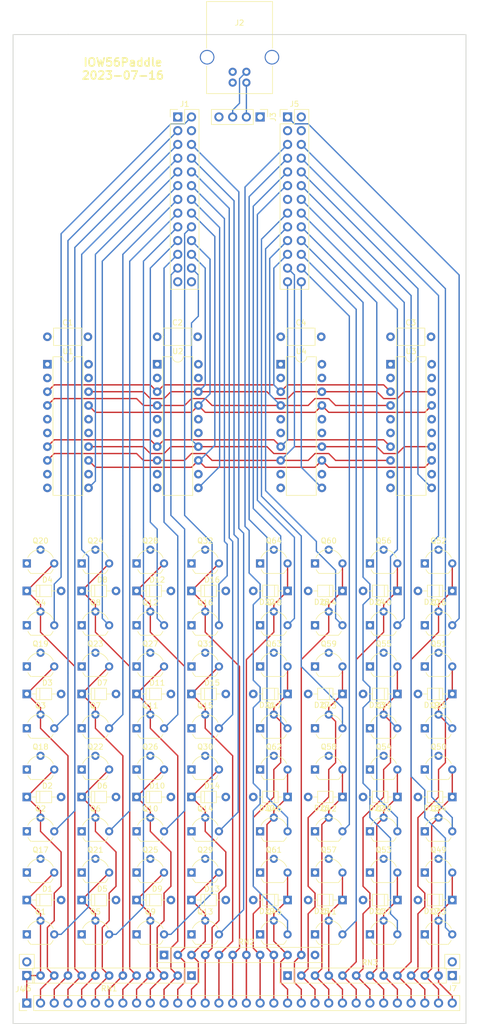
<source format=kicad_pcb>
(kicad_pcb (version 4) (host pcbnew 4.0.6)
  (layers (0 F.Cu signal) (1 In1.Cu power hide) (2 In2.Cu power hide) (31 B.Cu signal) (34 B.Paste user) (35 F.Paste user) (36 B.SilkS user) (37 F.SilkS user) (38 B.Mask user) (39 F.Mask user) (44 Edge.Cuts user))
  (net 0 "")
  (net 1 "Net-(J1-Pad25)")
  (net 2 "Net-(J1-Pad26)")
  (net 3 "Net-(J2-Pad2)")
  (net 4 "Net-(J2-Pad3)")
  (net 5 GND)
  (net 6 VCC)
  (net 7 /PIN01)
  (net 8 /PIN02)
  (net 9 /PIN03)
  (net 10 /PIN04)
  (net 11 /PIN05)
  (net 12 /PIN06)
  (net 13 /PIN07)
  (net 14 /PIN08)
  (net 15 /PIN09)
  (net 16 /PIN10)
  (net 17 /PIN11)
  (net 18 /PIN12)
  (net 19 /PIN13)
  (net 20 /PIN14)
  (net 21 /PIN15)
  (net 22 /PIN16)
  (net 23 /PIN32)
  (net 24 /PIN31)
  (net 25 /PIN30)
  (net 26 /PIN29)
  (net 27 /PIN28)
  (net 28 /PIN27)
  (net 29 /PIN26)
  (net 30 /PIN25)
  (net 31 /PIN24)
  (net 32 /PIN23)
  (net 33 /PIN22)
  (net 34 /PIN21)
  (net 35 /PIN20)
  (net 36 /PIN19)
  (net 37 /PIN18)
  (net 38 /PIN17)
  (net 39 /OUT8)
  (net 40 /OUT2)
  (net 41 /OUT3)
  (net 42 /OUT6)
  (net 43 /OUT4)
  (net 44 /OUT5)
  (net 45 /IN01)
  (net 46 /IN16)
  (net 47 /IN02)
  (net 48 /IN15)
  (net 49 /IN03)
  (net 50 /IN14)
  (net 51 /IN04)
  (net 52 /IN13)
  (net 53 /IN05)
  (net 54 /IN12)
  (net 55 /IN06)
  (net 56 /IN11)
  (net 57 /IN07)
  (net 58 /IN10)
  (net 59 /IN08)
  (net 60 /IN09)
  (net 61 /LOAD1)
  (net 62 /LOAD3)
  (net 63 /LOAD2)
  (net 64 /LOAD4)
  (net 65 /IN17)
  (net 66 /IN32)
  (net 67 /IN18)
  (net 68 /IN31)
  (net 69 /IN19)
  (net 70 /IN30)
  (net 71 /IN20)
  (net 72 /IN29)
  (net 73 /IN21)
  (net 74 /IN28)
  (net 75 /IN22)
  (net 76 /IN27)
  (net 77 /IN23)
  (net 78 /IN26)
  (net 79 /IN24)
  (net 80 /IN25)
  (net 81 /OUT1)
  (net 82 /OUT7)
  (net 83 /LAT01)
  (net 84 /LAT02)
  (net 85 /LAT03)
  (net 86 /LAT04)
  (net 87 /LAT05)
  (net 88 /LAT06)
  (net 89 /LAT07)
  (net 90 /LAT08)
  (net 91 /LAT09)
  (net 92 /LAT10)
  (net 93 /LAT11)
  (net 94 /LAT12)
  (net 95 /LAT13)
  (net 96 /LAT14)
  (net 97 /LAT15)
  (net 98 /LAT16)
  (net 99 /LAT32)
  (net 100 /LAT31)
  (net 101 /LAT30)
  (net 102 /LAT29)
  (net 103 /LAT28)
  (net 104 /LAT27)
  (net 105 /LAT26)
  (net 106 /LAT25)
  (net 107 /LAT24)
  (net 108 /LAT23)
  (net 109 /LAT22)
  (net 110 /LAT21)
  (net 111 /LAT20)
  (net 112 /LAT19)
  (net 113 /LAT18)
  (net 114 /LAT17)
  (net 115 /P.15)
  (net 116 /P.17)
  (net 117 /P.10)
  (net 118 /P.11)
  (net 119 "Net-(J5-Pad13)")
  (module Pin_Headers:Pin_Header_Straight_2x13_Pitch2.54mm (layer F.Cu) (at 30.48 15.24)
    (fp_text reference J1 (at 1.27 -2.39) (layer F.SilkS))
    (fp_text value CONN_02X13)
    (pad 1 thru_hole rect (at 0 0) (size 1.7 1.7) (drill 1) (layers *.Cu *.Mask) (net 115 /P.15))
    (pad 2 thru_hole oval (at 2.54 0) (size 1.7 1.7) (drill 1) (layers *.Cu *.Mask) (net 51 /IN04))
    (pad 3 thru_hole oval (at 0 2.54) (size 1.7 1.7) (drill 1) (layers *.Cu *.Mask) (net 49 /IN03))
    (pad 4 thru_hole oval (at 2.54 2.54) (size 1.7 1.7) (drill 1) (layers *.Cu *.Mask) (net 116 /P.17))
    (pad 5 thru_hole oval (at 0 5.08) (size 1.7 1.7) (drill 1) (layers *.Cu *.Mask) (net 47 /IN02))
    (pad 6 thru_hole oval (at 2.54 5.08) (size 1.7 1.7) (drill 1) (layers *.Cu *.Mask) (net 52 /IN13))
    (pad 7 thru_hole oval (at 0 7.62) (size 1.7 1.7) (drill 1) (layers *.Cu *.Mask) (net 45 /IN01))
    (pad 8 thru_hole oval (at 2.54 7.62) (size 1.7 1.7) (drill 1) (layers *.Cu *.Mask) (net 50 /IN14))
    (pad 9 thru_hole oval (at 0 10.16) (size 1.7 1.7) (drill 1) (layers *.Cu *.Mask) (net 61 /LOAD1))
    (pad 10 thru_hole oval (at 2.54 10.16) (size 1.7 1.7) (drill 1) (layers *.Cu *.Mask) (net 48 /IN15))
    (pad 11 thru_hole oval (at 0 12.7) (size 1.7 1.7) (drill 1) (layers *.Cu *.Mask) (net 59 /IN08))
    (pad 12 thru_hole oval (at 2.54 12.7) (size 1.7 1.7) (drill 1) (layers *.Cu *.Mask) (net 46 /IN16))
    (pad 13 thru_hole oval (at 0 15.24) (size 1.7 1.7) (drill 1) (layers *.Cu *.Mask) (net 57 /IN07))
    (pad 14 thru_hole oval (at 2.54 15.24) (size 1.7 1.7) (drill 1) (layers *.Cu *.Mask) (net 63 /LOAD2))
    (pad 15 thru_hole oval (at 0 17.78) (size 1.7 1.7) (drill 1) (layers *.Cu *.Mask) (net 55 /IN06))
    (pad 16 thru_hole oval (at 2.54 17.78) (size 1.7 1.7) (drill 1) (layers *.Cu *.Mask) (net 44 /OUT5))
    (pad 17 thru_hole oval (at 0 20.32) (size 1.7 1.7) (drill 1) (layers *.Cu *.Mask) (net 53 /IN05))
    (pad 18 thru_hole oval (at 2.54 20.32) (size 1.7 1.7) (drill 1) (layers *.Cu *.Mask) (net 60 /IN09))
    (pad 19 thru_hole oval (at 0 22.86) (size 1.7 1.7) (drill 1) (layers *.Cu *.Mask) (net 54 /IN12))
    (pad 20 thru_hole oval (at 2.54 22.86) (size 1.7 1.7) (drill 1) (layers *.Cu *.Mask) (net 82 /OUT7))
    (pad 21 thru_hole oval (at 0 25.4) (size 1.7 1.7) (drill 1) (layers *.Cu *.Mask) (net 56 /IN11))
    (pad 22 thru_hole oval (at 2.54 25.4) (size 1.7 1.7) (drill 1) (layers *.Cu *.Mask) (net 39 /OUT8))
    (pad 23 thru_hole oval (at 0 27.94) (size 1.7 1.7) (drill 1) (layers *.Cu *.Mask) (net 58 /IN10))
    (pad 24 thru_hole oval (at 2.54 27.94) (size 1.7 1.7) (drill 1) (layers *.Cu *.Mask) (net 42 /OUT6))
    (pad 25 thru_hole oval (at 0 30.48) (size 1.7 1.7) (drill 1) (layers *.Cu *.Mask) (net 1 "Net-(J1-Pad25)"))
    (pad 26 thru_hole oval (at 2.54 30.48) (size 1.7 1.7) (drill 1) (layers *.Cu *.Mask) (net 2 "Net-(J1-Pad26)"))
  )
  (module Pin_Headers:Pin_Header_Straight_1x04_Pitch2.54mm (layer F.Cu) (at 45.72 15.24 270)
    (fp_text reference J3 (at 0 -2.39 270) (layer F.SilkS))
    (fp_text value CONN_01X04)
    (pad 1 thru_hole rect (at 0 0 270) (size 1.7 1.7) (drill 1) (layers *.Cu *.Mask) (net 6 VCC))
    (pad 2 thru_hole oval (at 0 2.54 270) (size 1.7 1.7) (drill 1) (layers *.Cu *.Mask) (net 3 "Net-(J2-Pad2)"))
    (pad 3 thru_hole oval (at 0 5.08 270) (size 1.7 1.7) (drill 1) (layers *.Cu *.Mask) (net 4 "Net-(J2-Pad3)"))
    (pad 4 thru_hole oval (at 0 7.62 270) (size 1.7 1.7) (drill 1) (layers *.Cu *.Mask) (net 5 GND))
  )
  (module Pin_Headers:Pin_Header_Straight_2x13_Pitch2.54mm (layer F.Cu) (at 50.8 15.24)
    (fp_text reference J5 (at 1.27 -2.39) (layer F.SilkS))
    (fp_text value CONN_02X13)
    (pad 1 thru_hole rect (at 0 0) (size 1.7 1.7) (drill 1) (layers *.Cu *.Mask) (net 72 /IN29))
    (pad 2 thru_hole oval (at 2.54 0) (size 1.7 1.7) (drill 1) (layers *.Cu *.Mask) (net 5 GND))
    (pad 3 thru_hole oval (at 0 2.54) (size 1.7 1.7) (drill 1) (layers *.Cu *.Mask) (net 117 /P.10))
    (pad 4 thru_hole oval (at 2.54 2.54) (size 1.7 1.7) (drill 1) (layers *.Cu *.Mask) (net 118 /P.11))
    (pad 5 thru_hole oval (at 0 5.08) (size 1.7 1.7) (drill 1) (layers *.Cu *.Mask) (net 71 /IN20))
    (pad 6 thru_hole oval (at 2.54 5.08) (size 1.7 1.7) (drill 1) (layers *.Cu *.Mask) (net 70 /IN30))
    (pad 7 thru_hole oval (at 0 7.62) (size 1.7 1.7) (drill 1) (layers *.Cu *.Mask) (net 69 /IN19))
    (pad 8 thru_hole oval (at 2.54 7.62) (size 1.7 1.7) (drill 1) (layers *.Cu *.Mask) (net 68 /IN31))
    (pad 9 thru_hole oval (at 0 10.16) (size 1.7 1.7) (drill 1) (layers *.Cu *.Mask) (net 67 /IN18))
    (pad 10 thru_hole oval (at 2.54 10.16) (size 1.7 1.7) (drill 1) (layers *.Cu *.Mask) (net 64 /LOAD4))
    (pad 11 thru_hole oval (at 0 12.7) (size 1.7 1.7) (drill 1) (layers *.Cu *.Mask) (net 65 /IN17))
    (pad 12 thru_hole oval (at 2.54 12.7) (size 1.7 1.7) (drill 1) (layers *.Cu *.Mask) (net 66 /IN32))
    (pad 13 thru_hole oval (at 0 15.24) (size 1.7 1.7) (drill 1) (layers *.Cu *.Mask) (net 119 "Net-(J5-Pad13)"))
    (pad 14 thru_hole oval (at 2.54 15.24) (size 1.7 1.7) (drill 1) (layers *.Cu *.Mask) (net 80 /IN25))
    (pad 15 thru_hole oval (at 0 17.78) (size 1.7 1.7) (drill 1) (layers *.Cu *.Mask) (net 75 /IN22))
    (pad 16 thru_hole oval (at 2.54 17.78) (size 1.7 1.7) (drill 1) (layers *.Cu *.Mask) (net 78 /IN26))
    (pad 17 thru_hole oval (at 0 20.32) (size 1.7 1.7) (drill 1) (layers *.Cu *.Mask) (net 73 /IN21))
    (pad 18 thru_hole oval (at 2.54 20.32) (size 1.7 1.7) (drill 1) (layers *.Cu *.Mask) (net 76 /IN27))
    (pad 19 thru_hole oval (at 0 22.86) (size 1.7 1.7) (drill 1) (layers *.Cu *.Mask) (net 40 /OUT2))
    (pad 20 thru_hole oval (at 2.54 22.86) (size 1.7 1.7) (drill 1) (layers *.Cu *.Mask) (net 74 /IN28))
    (pad 21 thru_hole oval (at 0 25.4) (size 1.7 1.7) (drill 1) (layers *.Cu *.Mask) (net 81 /OUT1))
    (pad 22 thru_hole oval (at 2.54 25.4) (size 1.7 1.7) (drill 1) (layers *.Cu *.Mask) (net 79 /IN24))
    (pad 23 thru_hole oval (at 0 27.94) (size 1.7 1.7) (drill 1) (layers *.Cu *.Mask) (net 43 /OUT4))
    (pad 24 thru_hole oval (at 2.54 27.94) (size 1.7 1.7) (drill 1) (layers *.Cu *.Mask) (net 77 /IN23))
    (pad 25 thru_hole oval (at 0 30.48) (size 1.7 1.7) (drill 1) (layers *.Cu *.Mask) (net 41 /OUT3))
    (pad 26 thru_hole oval (at 2.54 30.48) (size 1.7 1.7) (drill 1) (layers *.Cu *.Mask) (net 62 /LOAD3))
  )
  (module Connectors:USB_B (layer F.Cu) (at 40.64 8.89 90)
    (fp_text reference J2 (at 11.05 1.27 180) (layer F.SilkS))
    (fp_text value USB_B)
    (pad 2 thru_hole circle (at 0 2.54) (size 1.52 1.52) (drill 0.81) (layers *.Cu *.Mask) (net 3 "Net-(J2-Pad2)"))
    (pad 1 thru_hole circle (at 0 0) (size 1.52 1.52) (drill 0.81) (layers *.Cu *.Mask) (net 6 VCC))
    (pad 4 thru_hole circle (at 2 0) (size 1.52 1.52) (drill 0.81) (layers *.Cu *.Mask) (net 5 GND))
    (pad 3 thru_hole circle (at 2 2.54) (size 1.52 1.52) (drill 0.81) (layers *.Cu *.Mask) (net 4 "Net-(J2-Pad3)"))
    (pad 5 thru_hole circle (at 4.7 7.27) (size 2.7 2.7) (drill 2.3) (layers *.Cu *.Mask) (net 5 GND))
    (pad 5 thru_hole circle (at 4.7 -4.73) (size 2.7 2.7) (drill 2.3) (layers *.Cu *.Mask) (net 5 GND))
  )
  (module Pin_Headers:Pin_Header_Straight_1x32_Pitch2.54mm (layer F.Cu) (at 2.54 179.07 90)
    (fp_text reference J4 (at 2.54 -1.27 180) (layer F.SilkS))
    (fp_text value CONN_01X32)
    (pad 1 thru_hole rect (at 0 0 90) (size 1.7 1.7) (drill 1) (layers *.Cu *.Mask) (net 7 /PIN01))
    (pad 2 thru_hole oval (at 0 2.54 90) (size 1.7 1.7) (drill 1) (layers *.Cu *.Mask) (net 8 /PIN02))
    (pad 3 thru_hole oval (at 0 5.08 90) (size 1.7 1.7) (drill 1) (layers *.Cu *.Mask) (net 9 /PIN03))
    (pad 4 thru_hole oval (at 0 7.62 90) (size 1.7 1.7) (drill 1) (layers *.Cu *.Mask) (net 10 /PIN04))
    (pad 5 thru_hole oval (at 0 10.16 90) (size 1.7 1.7) (drill 1) (layers *.Cu *.Mask) (net 11 /PIN05))
    (pad 6 thru_hole oval (at 0 12.7 90) (size 1.7 1.7) (drill 1) (layers *.Cu *.Mask) (net 12 /PIN06))
    (pad 7 thru_hole oval (at 0 15.24 90) (size 1.7 1.7) (drill 1) (layers *.Cu *.Mask) (net 13 /PIN07))
    (pad 8 thru_hole oval (at 0 17.78 90) (size 1.7 1.7) (drill 1) (layers *.Cu *.Mask) (net 14 /PIN08))
    (pad 9 thru_hole oval (at 0 20.32 90) (size 1.7 1.7) (drill 1) (layers *.Cu *.Mask) (net 15 /PIN09))
    (pad 10 thru_hole oval (at 0 22.86 90) (size 1.7 1.7) (drill 1) (layers *.Cu *.Mask) (net 16 /PIN10))
    (pad 11 thru_hole oval (at 0 25.4 90) (size 1.7 1.7) (drill 1) (layers *.Cu *.Mask) (net 17 /PIN11))
    (pad 12 thru_hole oval (at 0 27.94 90) (size 1.7 1.7) (drill 1) (layers *.Cu *.Mask) (net 18 /PIN12))
    (pad 13 thru_hole oval (at 0 30.48 90) (size 1.7 1.7) (drill 1) (layers *.Cu *.Mask) (net 19 /PIN13))
    (pad 14 thru_hole oval (at 0 33.02 90) (size 1.7 1.7) (drill 1) (layers *.Cu *.Mask) (net 20 /PIN14))
    (pad 15 thru_hole oval (at 0 35.56 90) (size 1.7 1.7) (drill 1) (layers *.Cu *.Mask) (net 21 /PIN15))
    (pad 16 thru_hole oval (at 0 38.1 90) (size 1.7 1.7) (drill 1) (layers *.Cu *.Mask) (net 22 /PIN16))
    (pad 17 thru_hole oval (at 0 40.64 90) (size 1.7 1.7) (drill 1) (layers *.Cu *.Mask) (net 38 /PIN17))
    (pad 18 thru_hole oval (at 0 43.18 90) (size 1.7 1.7) (drill 1) (layers *.Cu *.Mask) (net 37 /PIN18))
    (pad 19 thru_hole oval (at 0 45.72 90) (size 1.7 1.7) (drill 1) (layers *.Cu *.Mask) (net 36 /PIN19))
    (pad 20 thru_hole oval (at 0 48.26 90) (size 1.7 1.7) (drill 1) (layers *.Cu *.Mask) (net 35 /PIN20))
    (pad 21 thru_hole oval (at 0 50.8 90) (size 1.7 1.7) (drill 1) (layers *.Cu *.Mask) (net 34 /PIN21))
    (pad 22 thru_hole oval (at 0 53.34 90) (size 1.7 1.7) (drill 1) (layers *.Cu *.Mask) (net 33 /PIN22))
    (pad 23 thru_hole oval (at 0 55.88 90) (size 1.7 1.7) (drill 1) (layers *.Cu *.Mask) (net 32 /PIN23))
    (pad 24 thru_hole oval (at 0 58.42 90) (size 1.7 1.7) (drill 1) (layers *.Cu *.Mask) (net 31 /PIN24))
    (pad 25 thru_hole oval (at 0 60.96 90) (size 1.7 1.7) (drill 1) (layers *.Cu *.Mask) (net 30 /PIN25))
    (pad 26 thru_hole oval (at 0 63.5 90) (size 1.7 1.7) (drill 1) (layers *.Cu *.Mask) (net 29 /PIN26))
    (pad 27 thru_hole oval (at 0 66.04 90) (size 1.7 1.7) (drill 1) (layers *.Cu *.Mask) (net 28 /PIN27))
    (pad 28 thru_hole oval (at 0 68.58 90) (size 1.7 1.7) (drill 1) (layers *.Cu *.Mask) (net 27 /PIN28))
    (pad 29 thru_hole oval (at 0 71.12 90) (size 1.7 1.7) (drill 1) (layers *.Cu *.Mask) (net 26 /PIN29))
    (pad 30 thru_hole oval (at 0 73.66 90) (size 1.7 1.7) (drill 1) (layers *.Cu *.Mask) (net 25 /PIN30))
    (pad 31 thru_hole oval (at 0 76.2 90) (size 1.7 1.7) (drill 1) (layers *.Cu *.Mask) (net 24 /PIN31))
    (pad 32 thru_hole oval (at 0 78.74 90) (size 1.7 1.7) (drill 1) (layers *.Cu *.Mask) (net 23 /PIN32))
  )
  (module Pin_Headers:Pin_Header_Straight_1x02_Pitch2.54mm (layer F.Cu) (at 2.54 173.99 180)
    (fp_text reference J6 (at 0 -2.39 180) (layer F.SilkS))
    (fp_text value CONN_01X02)
    (pad 1 thru_hole rect (at 0 0 180) (size 1.7 1.7) (drill 1) (layers *.Cu *.Mask) (net 7 /PIN01))
    (pad 2 thru_hole oval (at 0 2.54 180) (size 1.7 1.7) (drill 1) (layers *.Cu *.Mask) (net 5 GND))
  )
  (module Pin_Headers:Pin_Header_Straight_1x02_Pitch2.54mm (layer F.Cu) (at 81.28 173.99 180)
    (fp_text reference J7 (at 0 -2.39 180) (layer F.SilkS))
    (fp_text value CONN_01X02)
    (pad 1 thru_hole rect (at 0 0 180) (size 1.7 1.7) (drill 1) (layers *.Cu *.Mask) (net 5 GND))
    (pad 2 thru_hole oval (at 0 2.54 180) (size 1.7 1.7) (drill 1) (layers *.Cu *.Mask) (net 5 GND))
  )
  (module Capacitors_THT:C_Axial_L5.1mm_D3.1mm_P7.50mm_Horizontal (layer F.Cu) (at 6.35 55.88)
    (fp_text reference C1 (at 3.75 -2.61) (layer F.SilkS))
    (fp_text value 0.1u)
    (pad 1 thru_hole circle (at 0 0) (size 1.6 1.6) (drill 0.8) (layers *.Cu *.Mask) (net 5 GND))
    (pad 2 thru_hole oval (at 7.5 0) (size 1.6 1.6) (drill 0.8) (layers *.Cu *.Mask) (net 6 VCC))
  )
  (module Capacitors_THT:C_Axial_L5.1mm_D3.1mm_P7.50mm_Horizontal (layer F.Cu) (at 26.67 55.88)
    (fp_text reference C2 (at 3.75 -2.61) (layer F.SilkS))
    (fp_text value 0.1u)
    (pad 1 thru_hole circle (at 0 0) (size 1.6 1.6) (drill 0.8) (layers *.Cu *.Mask) (net 5 GND))
    (pad 2 thru_hole oval (at 7.5 0) (size 1.6 1.6) (drill 0.8) (layers *.Cu *.Mask) (net 6 VCC))
  )
  (module Capacitors_THT:C_Axial_L5.1mm_D3.1mm_P7.50mm_Horizontal (layer F.Cu) (at 69.85 55.88)
    (fp_text reference C3 (at 3.75 -2.61) (layer F.SilkS))
    (fp_text value 0.1u)
    (pad 1 thru_hole circle (at 0 0) (size 1.6 1.6) (drill 0.8) (layers *.Cu *.Mask) (net 5 GND))
    (pad 2 thru_hole oval (at 7.5 0) (size 1.6 1.6) (drill 0.8) (layers *.Cu *.Mask) (net 6 VCC))
  )
  (module Capacitors_THT:C_Axial_L5.1mm_D3.1mm_P7.50mm_Horizontal (layer F.Cu) (at 49.53 55.88)
    (fp_text reference C4 (at 3.75 -2.61) (layer F.SilkS))
    (fp_text value 0.1u)
    (pad 1 thru_hole circle (at 0 0) (size 1.6 1.6) (drill 0.8) (layers *.Cu *.Mask) (net 5 GND))
    (pad 2 thru_hole oval (at 7.5 0) (size 1.6 1.6) (drill 0.8) (layers *.Cu *.Mask) (net 6 VCC))
  )
  (module myfoots:D_DO-35_SOD27_P6.35mm_Horizontal (layer F.Cu) (at 2.54 160.02)
    (fp_text reference D1 (at 3.81 -2.06) (layer F.SilkS))
    (fp_text value D_Zener_ALT)
    (pad 1 thru_hole rect (at 0 0) (size 1.6 1.6) (drill 0.8) (layers *.Cu *.Mask) (net 7 /PIN01))
    (pad 2 thru_hole oval (at 6.35 0) (size 1.6 1.6) (drill 0.8) (layers *.Cu *.Mask) (net 5 GND))
  )
  (module myfoots:D_DO-35_SOD27_P6.35mm_Horizontal (layer F.Cu) (at 2.54 140.97)
    (fp_text reference D2 (at 3.81 -2.06) (layer F.SilkS))
    (fp_text value D_Zener_ALT)
    (pad 1 thru_hole rect (at 0 0) (size 1.6 1.6) (drill 0.8) (layers *.Cu *.Mask) (net 8 /PIN02))
    (pad 2 thru_hole oval (at 6.35 0) (size 1.6 1.6) (drill 0.8) (layers *.Cu *.Mask) (net 5 GND))
  )
  (module myfoots:D_DO-35_SOD27_P6.35mm_Horizontal (layer F.Cu) (at 2.54 121.92)
    (fp_text reference D3 (at 3.81 -2.06) (layer F.SilkS))
    (fp_text value D_Zener_ALT)
    (pad 1 thru_hole rect (at 0 0) (size 1.6 1.6) (drill 0.8) (layers *.Cu *.Mask) (net 9 /PIN03))
    (pad 2 thru_hole oval (at 6.35 0) (size 1.6 1.6) (drill 0.8) (layers *.Cu *.Mask) (net 5 GND))
  )
  (module myfoots:D_DO-35_SOD27_P6.35mm_Horizontal (layer F.Cu) (at 2.54 102.87)
    (fp_text reference D4 (at 3.81 -2.06) (layer F.SilkS))
    (fp_text value D_Zener_ALT)
    (pad 1 thru_hole rect (at 0 0) (size 1.6 1.6) (drill 0.8) (layers *.Cu *.Mask) (net 10 /PIN04))
    (pad 2 thru_hole oval (at 6.35 0) (size 1.6 1.6) (drill 0.8) (layers *.Cu *.Mask) (net 5 GND))
  )
  (module myfoots:D_DO-35_SOD27_P6.35mm_Horizontal (layer F.Cu) (at 12.7 160.02)
    (fp_text reference D5 (at 3.81 -2.06) (layer F.SilkS))
    (fp_text value D_Zener_ALT)
    (pad 1 thru_hole rect (at 0 0) (size 1.6 1.6) (drill 0.8) (layers *.Cu *.Mask) (net 11 /PIN05))
    (pad 2 thru_hole oval (at 6.35 0) (size 1.6 1.6) (drill 0.8) (layers *.Cu *.Mask) (net 5 GND))
  )
  (module myfoots:D_DO-35_SOD27_P6.35mm_Horizontal (layer F.Cu) (at 12.7 140.97)
    (fp_text reference D6 (at 3.81 -2.06) (layer F.SilkS))
    (fp_text value D_Zener_ALT)
    (pad 1 thru_hole rect (at 0 0) (size 1.6 1.6) (drill 0.8) (layers *.Cu *.Mask) (net 12 /PIN06))
    (pad 2 thru_hole oval (at 6.35 0) (size 1.6 1.6) (drill 0.8) (layers *.Cu *.Mask) (net 5 GND))
  )
  (module myfoots:D_DO-35_SOD27_P6.35mm_Horizontal (layer F.Cu) (at 12.7 121.92)
    (fp_text reference D7 (at 3.81 -2.06) (layer F.SilkS))
    (fp_text value D_Zener_ALT)
    (pad 1 thru_hole rect (at 0 0) (size 1.6 1.6) (drill 0.8) (layers *.Cu *.Mask) (net 13 /PIN07))
    (pad 2 thru_hole oval (at 6.35 0) (size 1.6 1.6) (drill 0.8) (layers *.Cu *.Mask) (net 5 GND))
  )
  (module myfoots:D_DO-35_SOD27_P6.35mm_Horizontal (layer F.Cu) (at 12.7 102.87)
    (fp_text reference D8 (at 3.81 -2.06) (layer F.SilkS))
    (fp_text value D_Zener_ALT)
    (pad 1 thru_hole rect (at 0 0) (size 1.6 1.6) (drill 0.8) (layers *.Cu *.Mask) (net 14 /PIN08))
    (pad 2 thru_hole oval (at 6.35 0) (size 1.6 1.6) (drill 0.8) (layers *.Cu *.Mask) (net 5 GND))
  )
  (module myfoots:D_DO-35_SOD27_P6.35mm_Horizontal (layer F.Cu) (at 22.86 160.02)
    (fp_text reference D9 (at 3.81 -2.06) (layer F.SilkS))
    (fp_text value D_Zener_ALT)
    (pad 1 thru_hole rect (at 0 0) (size 1.6 1.6) (drill 0.8) (layers *.Cu *.Mask) (net 15 /PIN09))
    (pad 2 thru_hole oval (at 6.35 0) (size 1.6 1.6) (drill 0.8) (layers *.Cu *.Mask) (net 5 GND))
  )
  (module myfoots:D_DO-35_SOD27_P6.35mm_Horizontal (layer F.Cu) (at 22.86 140.97)
    (fp_text reference D10 (at 3.81 -2.06) (layer F.SilkS))
    (fp_text value D_Zener_ALT)
    (pad 1 thru_hole rect (at 0 0) (size 1.6 1.6) (drill 0.8) (layers *.Cu *.Mask) (net 16 /PIN10))
    (pad 2 thru_hole oval (at 6.35 0) (size 1.6 1.6) (drill 0.8) (layers *.Cu *.Mask) (net 5 GND))
  )
  (module myfoots:D_DO-35_SOD27_P6.35mm_Horizontal (layer F.Cu) (at 22.86 121.92)
    (fp_text reference D11 (at 3.81 -2.06) (layer F.SilkS))
    (fp_text value D_Zener_ALT)
    (pad 1 thru_hole rect (at 0 0) (size 1.6 1.6) (drill 0.8) (layers *.Cu *.Mask) (net 17 /PIN11))
    (pad 2 thru_hole oval (at 6.35 0) (size 1.6 1.6) (drill 0.8) (layers *.Cu *.Mask) (net 5 GND))
  )
  (module myfoots:D_DO-35_SOD27_P6.35mm_Horizontal (layer F.Cu) (at 22.86 102.87)
    (fp_text reference D12 (at 3.81 -2.06) (layer F.SilkS))
    (fp_text value D_Zener_ALT)
    (pad 1 thru_hole rect (at 0 0) (size 1.6 1.6) (drill 0.8) (layers *.Cu *.Mask) (net 18 /PIN12))
    (pad 2 thru_hole oval (at 6.35 0) (size 1.6 1.6) (drill 0.8) (layers *.Cu *.Mask) (net 5 GND))
  )
  (module myfoots:D_DO-35_SOD27_P6.35mm_Horizontal (layer F.Cu) (at 33.02 160.02)
    (fp_text reference D13 (at 3.81 -2.06) (layer F.SilkS))
    (fp_text value D_Zener_ALT)
    (pad 1 thru_hole rect (at 0 0) (size 1.6 1.6) (drill 0.8) (layers *.Cu *.Mask) (net 19 /PIN13))
    (pad 2 thru_hole oval (at 6.35 0) (size 1.6 1.6) (drill 0.8) (layers *.Cu *.Mask) (net 5 GND))
  )
  (module myfoots:D_DO-35_SOD27_P6.35mm_Horizontal (layer F.Cu) (at 33.02 140.97)
    (fp_text reference D14 (at 3.81 -2.06) (layer F.SilkS))
    (fp_text value D_Zener_ALT)
    (pad 1 thru_hole rect (at 0 0) (size 1.6 1.6) (drill 0.8) (layers *.Cu *.Mask) (net 20 /PIN14))
    (pad 2 thru_hole oval (at 6.35 0) (size 1.6 1.6) (drill 0.8) (layers *.Cu *.Mask) (net 5 GND))
  )
  (module myfoots:D_DO-35_SOD27_P6.35mm_Horizontal (layer F.Cu) (at 33.02 121.92)
    (fp_text reference D15 (at 3.81 -2.06) (layer F.SilkS))
    (fp_text value D_Zener_ALT)
    (pad 1 thru_hole rect (at 0 0) (size 1.6 1.6) (drill 0.8) (layers *.Cu *.Mask) (net 21 /PIN15))
    (pad 2 thru_hole oval (at 6.35 0) (size 1.6 1.6) (drill 0.8) (layers *.Cu *.Mask) (net 5 GND))
  )
  (module myfoots:D_DO-35_SOD27_P6.35mm_Horizontal (layer F.Cu) (at 33.02 102.87)
    (fp_text reference D16 (at 3.81 -2.06) (layer F.SilkS))
    (fp_text value D_Zener_ALT)
    (pad 1 thru_hole rect (at 0 0) (size 1.6 1.6) (drill 0.8) (layers *.Cu *.Mask) (net 22 /PIN16))
    (pad 2 thru_hole oval (at 6.35 0) (size 1.6 1.6) (drill 0.8) (layers *.Cu *.Mask) (net 5 GND))
  )
  (module myfoots:D_DO-35_SOD27_P6.35mm_Horizontal (layer F.Cu) (at 81.28 160.02 180)
    (fp_text reference D17 (at 3.81 -2.06 180) (layer F.SilkS))
    (fp_text value D_Zener_ALT)
    (pad 1 thru_hole rect (at 0 0 180) (size 1.6 1.6) (drill 0.8) (layers *.Cu *.Mask) (net 23 /PIN32))
    (pad 2 thru_hole oval (at 6.35 0 180) (size 1.6 1.6) (drill 0.8) (layers *.Cu *.Mask) (net 5 GND))
  )
  (module myfoots:D_DO-35_SOD27_P6.35mm_Horizontal (layer F.Cu) (at 81.28 140.97 180)
    (fp_text reference D18 (at 3.81 -2.06 180) (layer F.SilkS))
    (fp_text value D_Zener_ALT)
    (pad 1 thru_hole rect (at 0 0 180) (size 1.6 1.6) (drill 0.8) (layers *.Cu *.Mask) (net 24 /PIN31))
    (pad 2 thru_hole oval (at 6.35 0 180) (size 1.6 1.6) (drill 0.8) (layers *.Cu *.Mask) (net 5 GND))
  )
  (module myfoots:D_DO-35_SOD27_P6.35mm_Horizontal (layer F.Cu) (at 81.28 121.92 180)
    (fp_text reference D19 (at 3.81 -2.06 180) (layer F.SilkS))
    (fp_text value D_Zener_ALT)
    (pad 1 thru_hole rect (at 0 0 180) (size 1.6 1.6) (drill 0.8) (layers *.Cu *.Mask) (net 25 /PIN30))
    (pad 2 thru_hole oval (at 6.35 0 180) (size 1.6 1.6) (drill 0.8) (layers *.Cu *.Mask) (net 5 GND))
  )
  (module myfoots:D_DO-35_SOD27_P6.35mm_Horizontal (layer F.Cu) (at 81.28 102.87 180)
    (fp_text reference D20 (at 3.81 -2.06 180) (layer F.SilkS))
    (fp_text value D_Zener_ALT)
    (pad 1 thru_hole rect (at 0 0 180) (size 1.6 1.6) (drill 0.8) (layers *.Cu *.Mask) (net 26 /PIN29))
    (pad 2 thru_hole oval (at 6.35 0 180) (size 1.6 1.6) (drill 0.8) (layers *.Cu *.Mask) (net 5 GND))
  )
  (module myfoots:D_DO-35_SOD27_P6.35mm_Horizontal (layer F.Cu) (at 71.12 160.02 180)
    (fp_text reference D21 (at 3.81 -2.06 180) (layer F.SilkS))
    (fp_text value D_Zener_ALT)
    (pad 1 thru_hole rect (at 0 0 180) (size 1.6 1.6) (drill 0.8) (layers *.Cu *.Mask) (net 27 /PIN28))
    (pad 2 thru_hole oval (at 6.35 0 180) (size 1.6 1.6) (drill 0.8) (layers *.Cu *.Mask) (net 5 GND))
  )
  (module myfoots:D_DO-35_SOD27_P6.35mm_Horizontal (layer F.Cu) (at 71.12 140.97 180)
    (fp_text reference D22 (at 3.81 -2.06 180) (layer F.SilkS))
    (fp_text value D_Zener_ALT)
    (pad 1 thru_hole rect (at 0 0 180) (size 1.6 1.6) (drill 0.8) (layers *.Cu *.Mask) (net 28 /PIN27))
    (pad 2 thru_hole oval (at 6.35 0 180) (size 1.6 1.6) (drill 0.8) (layers *.Cu *.Mask) (net 5 GND))
  )
  (module myfoots:D_DO-35_SOD27_P6.35mm_Horizontal (layer F.Cu) (at 71.12 121.92 180)
    (fp_text reference D23 (at 3.81 -2.06 180) (layer F.SilkS))
    (fp_text value D_Zener_ALT)
    (pad 1 thru_hole rect (at 0 0 180) (size 1.6 1.6) (drill 0.8) (layers *.Cu *.Mask) (net 29 /PIN26))
    (pad 2 thru_hole oval (at 6.35 0 180) (size 1.6 1.6) (drill 0.8) (layers *.Cu *.Mask) (net 5 GND))
  )
  (module myfoots:D_DO-35_SOD27_P6.35mm_Horizontal (layer F.Cu) (at 71.12 102.87 180)
    (fp_text reference D24 (at 3.81 -2.06 180) (layer F.SilkS))
    (fp_text value D_Zener_ALT)
    (pad 1 thru_hole rect (at 0 0 180) (size 1.6 1.6) (drill 0.8) (layers *.Cu *.Mask) (net 30 /PIN25))
    (pad 2 thru_hole oval (at 6.35 0 180) (size 1.6 1.6) (drill 0.8) (layers *.Cu *.Mask) (net 5 GND))
  )
  (module myfoots:D_DO-35_SOD27_P6.35mm_Horizontal (layer F.Cu) (at 60.96 160.02 180)
    (fp_text reference D25 (at 3.81 -2.06 180) (layer F.SilkS))
    (fp_text value D_Zener_ALT)
    (pad 1 thru_hole rect (at 0 0 180) (size 1.6 1.6) (drill 0.8) (layers *.Cu *.Mask) (net 31 /PIN24))
    (pad 2 thru_hole oval (at 6.35 0 180) (size 1.6 1.6) (drill 0.8) (layers *.Cu *.Mask) (net 5 GND))
  )
  (module myfoots:D_DO-35_SOD27_P6.35mm_Horizontal (layer F.Cu) (at 60.96 140.97 180)
    (fp_text reference D26 (at 3.81 -2.06 180) (layer F.SilkS))
    (fp_text value D_Zener_ALT)
    (pad 1 thru_hole rect (at 0 0 180) (size 1.6 1.6) (drill 0.8) (layers *.Cu *.Mask) (net 32 /PIN23))
    (pad 2 thru_hole oval (at 6.35 0 180) (size 1.6 1.6) (drill 0.8) (layers *.Cu *.Mask) (net 5 GND))
  )
  (module myfoots:D_DO-35_SOD27_P6.35mm_Horizontal (layer F.Cu) (at 60.96 121.92 180)
    (fp_text reference D27 (at 3.81 -2.06 180) (layer F.SilkS))
    (fp_text value D_Zener_ALT)
    (pad 1 thru_hole rect (at 0 0 180) (size 1.6 1.6) (drill 0.8) (layers *.Cu *.Mask) (net 33 /PIN22))
    (pad 2 thru_hole oval (at 6.35 0 180) (size 1.6 1.6) (drill 0.8) (layers *.Cu *.Mask) (net 5 GND))
  )
  (module myfoots:D_DO-35_SOD27_P6.35mm_Horizontal (layer F.Cu) (at 60.96 102.87 180)
    (fp_text reference D28 (at 3.81 -2.06 180) (layer F.SilkS))
    (fp_text value D_Zener_ALT)
    (pad 1 thru_hole rect (at 0 0 180) (size 1.6 1.6) (drill 0.8) (layers *.Cu *.Mask) (net 34 /PIN21))
    (pad 2 thru_hole oval (at 6.35 0 180) (size 1.6 1.6) (drill 0.8) (layers *.Cu *.Mask) (net 5 GND))
  )
  (module myfoots:D_DO-35_SOD27_P6.35mm_Horizontal (layer F.Cu) (at 50.8 160.02 180)
    (fp_text reference D29 (at 3.81 -2.06 180) (layer F.SilkS))
    (fp_text value D_Zener_ALT)
    (pad 1 thru_hole rect (at 0 0 180) (size 1.6 1.6) (drill 0.8) (layers *.Cu *.Mask) (net 35 /PIN20))
    (pad 2 thru_hole oval (at 6.35 0 180) (size 1.6 1.6) (drill 0.8) (layers *.Cu *.Mask) (net 5 GND))
  )
  (module myfoots:D_DO-35_SOD27_P6.35mm_Horizontal (layer F.Cu) (at 50.8 140.97 180)
    (fp_text reference D30 (at 3.81 -2.06 180) (layer F.SilkS))
    (fp_text value D_Zener_ALT)
    (pad 1 thru_hole rect (at 0 0 180) (size 1.6 1.6) (drill 0.8) (layers *.Cu *.Mask) (net 36 /PIN19))
    (pad 2 thru_hole oval (at 6.35 0 180) (size 1.6 1.6) (drill 0.8) (layers *.Cu *.Mask) (net 5 GND))
  )
  (module myfoots:D_DO-35_SOD27_P6.35mm_Horizontal (layer F.Cu) (at 50.8 121.92 180)
    (fp_text reference D31 (at 3.81 -2.06 180) (layer F.SilkS))
    (fp_text value D_Zener_ALT)
    (pad 1 thru_hole rect (at 0 0 180) (size 1.6 1.6) (drill 0.8) (layers *.Cu *.Mask) (net 37 /PIN18))
    (pad 2 thru_hole oval (at 6.35 0 180) (size 1.6 1.6) (drill 0.8) (layers *.Cu *.Mask) (net 5 GND))
  )
  (module myfoots:D_DO-35_SOD27_P6.35mm_Horizontal (layer F.Cu) (at 50.8 102.87 180)
    (fp_text reference D32 (at 3.81 -2.06 180) (layer F.SilkS))
    (fp_text value D_Zener_ALT)
    (pad 1 thru_hole rect (at 0 0 180) (size 1.6 1.6) (drill 0.8) (layers *.Cu *.Mask) (net 38 /PIN17))
    (pad 2 thru_hole oval (at 6.35 0 180) (size 1.6 1.6) (drill 0.8) (layers *.Cu *.Mask) (net 5 GND))
  )
  (module TO_SOT_Packages_THT:TO-92_Molded_Wide (layer F.Cu) (at 2.54 166.37)
    (fp_text reference Q1 (at 2.54 -4.191 180) (layer F.SilkS))
    (fp_text value 2N7000)
    (pad 2 thru_hole circle (at 2.54 -2.54 90) (size 1.524 1.524) (drill 0.8) (layers *.Cu *.Mask) (net 7 /PIN01))
    (pad 3 thru_hole circle (at 5.08 0 90) (size 1.524 1.524) (drill 0.8) (layers *.Cu *.Mask) (net 45 /IN01))
    (pad 1 thru_hole rect (at 0 0 90) (size 1.524 1.524) (drill 0.8) (layers *.Cu *.Mask) (net 5 GND))
  )
  (module TO_SOT_Packages_THT:TO-92_Molded_Wide (layer F.Cu) (at 2.54 147.32)
    (fp_text reference Q2 (at 2.54 -4.191 180) (layer F.SilkS))
    (fp_text value 2N7000)
    (pad 2 thru_hole circle (at 2.54 -2.54 90) (size 1.524 1.524) (drill 0.8) (layers *.Cu *.Mask) (net 8 /PIN02))
    (pad 3 thru_hole circle (at 5.08 0 90) (size 1.524 1.524) (drill 0.8) (layers *.Cu *.Mask) (net 47 /IN02))
    (pad 1 thru_hole rect (at 0 0 90) (size 1.524 1.524) (drill 0.8) (layers *.Cu *.Mask) (net 5 GND))
  )
  (module TO_SOT_Packages_THT:TO-92_Molded_Wide (layer F.Cu) (at 2.54 128.27)
    (fp_text reference Q3 (at 2.54 -4.191 180) (layer F.SilkS))
    (fp_text value 2N7000)
    (pad 2 thru_hole circle (at 2.54 -2.54 90) (size 1.524 1.524) (drill 0.8) (layers *.Cu *.Mask) (net 9 /PIN03))
    (pad 3 thru_hole circle (at 5.08 0 90) (size 1.524 1.524) (drill 0.8) (layers *.Cu *.Mask) (net 49 /IN03))
    (pad 1 thru_hole rect (at 0 0 90) (size 1.524 1.524) (drill 0.8) (layers *.Cu *.Mask) (net 5 GND))
  )
  (module TO_SOT_Packages_THT:TO-92_Molded_Wide (layer F.Cu) (at 2.54 109.22)
    (fp_text reference Q4 (at 2.54 -4.191 180) (layer F.SilkS))
    (fp_text value 2N7000)
    (pad 2 thru_hole circle (at 2.54 -2.54 90) (size 1.524 1.524) (drill 0.8) (layers *.Cu *.Mask) (net 10 /PIN04))
    (pad 3 thru_hole circle (at 5.08 0 90) (size 1.524 1.524) (drill 0.8) (layers *.Cu *.Mask) (net 51 /IN04))
    (pad 1 thru_hole rect (at 0 0 90) (size 1.524 1.524) (drill 0.8) (layers *.Cu *.Mask) (net 5 GND))
  )
  (module TO_SOT_Packages_THT:TO-92_Molded_Wide (layer F.Cu) (at 12.7 166.37)
    (fp_text reference Q5 (at 2.54 -4.191 180) (layer F.SilkS))
    (fp_text value 2N7000)
    (pad 2 thru_hole circle (at 2.54 -2.54 90) (size 1.524 1.524) (drill 0.8) (layers *.Cu *.Mask) (net 11 /PIN05))
    (pad 3 thru_hole circle (at 5.08 0 90) (size 1.524 1.524) (drill 0.8) (layers *.Cu *.Mask) (net 53 /IN05))
    (pad 1 thru_hole rect (at 0 0 90) (size 1.524 1.524) (drill 0.8) (layers *.Cu *.Mask) (net 5 GND))
  )
  (module TO_SOT_Packages_THT:TO-92_Molded_Wide (layer F.Cu) (at 12.7 147.32)
    (fp_text reference Q6 (at 2.54 -4.191 180) (layer F.SilkS))
    (fp_text value 2N7000)
    (pad 2 thru_hole circle (at 2.54 -2.54 90) (size 1.524 1.524) (drill 0.8) (layers *.Cu *.Mask) (net 12 /PIN06))
    (pad 3 thru_hole circle (at 5.08 0 90) (size 1.524 1.524) (drill 0.8) (layers *.Cu *.Mask) (net 55 /IN06))
    (pad 1 thru_hole rect (at 0 0 90) (size 1.524 1.524) (drill 0.8) (layers *.Cu *.Mask) (net 5 GND))
  )
  (module TO_SOT_Packages_THT:TO-92_Molded_Wide (layer F.Cu) (at 12.7 128.27)
    (fp_text reference Q7 (at 2.54 -4.191 180) (layer F.SilkS))
    (fp_text value 2N7000)
    (pad 2 thru_hole circle (at 2.54 -2.54 90) (size 1.524 1.524) (drill 0.8) (layers *.Cu *.Mask) (net 13 /PIN07))
    (pad 3 thru_hole circle (at 5.08 0 90) (size 1.524 1.524) (drill 0.8) (layers *.Cu *.Mask) (net 57 /IN07))
    (pad 1 thru_hole rect (at 0 0 90) (size 1.524 1.524) (drill 0.8) (layers *.Cu *.Mask) (net 5 GND))
  )
  (module TO_SOT_Packages_THT:TO-92_Molded_Wide (layer F.Cu) (at 12.7 109.22)
    (fp_text reference Q8 (at 2.54 -4.191 180) (layer F.SilkS))
    (fp_text value 2N7000)
    (pad 2 thru_hole circle (at 2.54 -2.54 90) (size 1.524 1.524) (drill 0.8) (layers *.Cu *.Mask) (net 14 /PIN08))
    (pad 3 thru_hole circle (at 5.08 0 90) (size 1.524 1.524) (drill 0.8) (layers *.Cu *.Mask) (net 59 /IN08))
    (pad 1 thru_hole rect (at 0 0 90) (size 1.524 1.524) (drill 0.8) (layers *.Cu *.Mask) (net 5 GND))
  )
  (module TO_SOT_Packages_THT:TO-92_Molded_Wide (layer F.Cu) (at 22.86 166.37)
    (fp_text reference Q9 (at 2.54 -4.191 180) (layer F.SilkS))
    (fp_text value 2N7000)
    (pad 2 thru_hole circle (at 2.54 -2.54 90) (size 1.524 1.524) (drill 0.8) (layers *.Cu *.Mask) (net 15 /PIN09))
    (pad 3 thru_hole circle (at 5.08 0 90) (size 1.524 1.524) (drill 0.8) (layers *.Cu *.Mask) (net 60 /IN09))
    (pad 1 thru_hole rect (at 0 0 90) (size 1.524 1.524) (drill 0.8) (layers *.Cu *.Mask) (net 5 GND))
  )
  (module TO_SOT_Packages_THT:TO-92_Molded_Wide (layer F.Cu) (at 22.86 147.32)
    (fp_text reference Q10 (at 2.54 -4.191 180) (layer F.SilkS))
    (fp_text value 2N7000)
    (pad 2 thru_hole circle (at 2.54 -2.54 90) (size 1.524 1.524) (drill 0.8) (layers *.Cu *.Mask) (net 16 /PIN10))
    (pad 3 thru_hole circle (at 5.08 0 90) (size 1.524 1.524) (drill 0.8) (layers *.Cu *.Mask) (net 58 /IN10))
    (pad 1 thru_hole rect (at 0 0 90) (size 1.524 1.524) (drill 0.8) (layers *.Cu *.Mask) (net 5 GND))
  )
  (module TO_SOT_Packages_THT:TO-92_Molded_Wide (layer F.Cu) (at 22.86 128.27)
    (fp_text reference Q11 (at 2.54 -4.191 180) (layer F.SilkS))
    (fp_text value 2N7000)
    (pad 2 thru_hole circle (at 2.54 -2.54 90) (size 1.524 1.524) (drill 0.8) (layers *.Cu *.Mask) (net 17 /PIN11))
    (pad 3 thru_hole circle (at 5.08 0 90) (size 1.524 1.524) (drill 0.8) (layers *.Cu *.Mask) (net 56 /IN11))
    (pad 1 thru_hole rect (at 0 0 90) (size 1.524 1.524) (drill 0.8) (layers *.Cu *.Mask) (net 5 GND))
  )
  (module TO_SOT_Packages_THT:TO-92_Molded_Wide (layer F.Cu) (at 22.86 109.22)
    (fp_text reference Q12 (at 2.54 -4.191 180) (layer F.SilkS))
    (fp_text value 2N7000)
    (pad 2 thru_hole circle (at 2.54 -2.54 90) (size 1.524 1.524) (drill 0.8) (layers *.Cu *.Mask) (net 18 /PIN12))
    (pad 3 thru_hole circle (at 5.08 0 90) (size 1.524 1.524) (drill 0.8) (layers *.Cu *.Mask) (net 54 /IN12))
    (pad 1 thru_hole rect (at 0 0 90) (size 1.524 1.524) (drill 0.8) (layers *.Cu *.Mask) (net 5 GND))
  )
  (module TO_SOT_Packages_THT:TO-92_Molded_Wide (layer F.Cu) (at 33.02 166.37)
    (fp_text reference Q13 (at 2.54 -4.191 180) (layer F.SilkS))
    (fp_text value 2N7000)
    (pad 2 thru_hole circle (at 2.54 -2.54 90) (size 1.524 1.524) (drill 0.8) (layers *.Cu *.Mask) (net 19 /PIN13))
    (pad 3 thru_hole circle (at 5.08 0 90) (size 1.524 1.524) (drill 0.8) (layers *.Cu *.Mask) (net 52 /IN13))
    (pad 1 thru_hole rect (at 0 0 90) (size 1.524 1.524) (drill 0.8) (layers *.Cu *.Mask) (net 5 GND))
  )
  (module TO_SOT_Packages_THT:TO-92_Molded_Wide (layer F.Cu) (at 33.02 147.32)
    (fp_text reference Q14 (at 2.54 -4.191 180) (layer F.SilkS))
    (fp_text value 2N7000)
    (pad 2 thru_hole circle (at 2.54 -2.54 90) (size 1.524 1.524) (drill 0.8) (layers *.Cu *.Mask) (net 20 /PIN14))
    (pad 3 thru_hole circle (at 5.08 0 90) (size 1.524 1.524) (drill 0.8) (layers *.Cu *.Mask) (net 50 /IN14))
    (pad 1 thru_hole rect (at 0 0 90) (size 1.524 1.524) (drill 0.8) (layers *.Cu *.Mask) (net 5 GND))
  )
  (module TO_SOT_Packages_THT:TO-92_Molded_Wide (layer F.Cu) (at 33.02 128.27)
    (fp_text reference Q15 (at 2.54 -4.191 180) (layer F.SilkS))
    (fp_text value 2N7000)
    (pad 2 thru_hole circle (at 2.54 -2.54 90) (size 1.524 1.524) (drill 0.8) (layers *.Cu *.Mask) (net 21 /PIN15))
    (pad 3 thru_hole circle (at 5.08 0 90) (size 1.524 1.524) (drill 0.8) (layers *.Cu *.Mask) (net 48 /IN15))
    (pad 1 thru_hole rect (at 0 0 90) (size 1.524 1.524) (drill 0.8) (layers *.Cu *.Mask) (net 5 GND))
  )
  (module TO_SOT_Packages_THT:TO-92_Molded_Wide (layer F.Cu) (at 33.02 109.22)
    (fp_text reference Q16 (at 2.54 -4.191 180) (layer F.SilkS))
    (fp_text value 2N7000)
    (pad 2 thru_hole circle (at 2.54 -2.54 90) (size 1.524 1.524) (drill 0.8) (layers *.Cu *.Mask) (net 22 /PIN16))
    (pad 3 thru_hole circle (at 5.08 0 90) (size 1.524 1.524) (drill 0.8) (layers *.Cu *.Mask) (net 46 /IN16))
    (pad 1 thru_hole rect (at 0 0 90) (size 1.524 1.524) (drill 0.8) (layers *.Cu *.Mask) (net 5 GND))
  )
  (module TO_SOT_Packages_THT:TO-92_Molded_Wide (layer F.Cu) (at 2.54 154.94)
    (fp_text reference Q17 (at 2.54 -4.191 180) (layer F.SilkS))
    (fp_text value 2N7000)
    (pad 2 thru_hole circle (at 2.54 -2.54 90) (size 1.524 1.524) (drill 0.8) (layers *.Cu *.Mask) (net 83 /LAT01))
    (pad 3 thru_hole circle (at 5.08 0 90) (size 1.524 1.524) (drill 0.8) (layers *.Cu *.Mask) (net 7 /PIN01))
    (pad 1 thru_hole rect (at 0 0 90) (size 1.524 1.524) (drill 0.8) (layers *.Cu *.Mask) (net 5 GND))
  )
  (module TO_SOT_Packages_THT:TO-92_Molded_Wide (layer F.Cu) (at 2.54 135.89)
    (fp_text reference Q18 (at 2.54 -4.191 180) (layer F.SilkS))
    (fp_text value 2N7000)
    (pad 2 thru_hole circle (at 2.54 -2.54 90) (size 1.524 1.524) (drill 0.8) (layers *.Cu *.Mask) (net 84 /LAT02))
    (pad 3 thru_hole circle (at 5.08 0 90) (size 1.524 1.524) (drill 0.8) (layers *.Cu *.Mask) (net 8 /PIN02))
    (pad 1 thru_hole rect (at 0 0 90) (size 1.524 1.524) (drill 0.8) (layers *.Cu *.Mask) (net 5 GND))
  )
  (module TO_SOT_Packages_THT:TO-92_Molded_Wide (layer F.Cu) (at 2.54 116.84)
    (fp_text reference Q19 (at 2.54 -4.191 180) (layer F.SilkS))
    (fp_text value 2N7000)
    (pad 2 thru_hole circle (at 2.54 -2.54 90) (size 1.524 1.524) (drill 0.8) (layers *.Cu *.Mask) (net 85 /LAT03))
    (pad 3 thru_hole circle (at 5.08 0 90) (size 1.524 1.524) (drill 0.8) (layers *.Cu *.Mask) (net 9 /PIN03))
    (pad 1 thru_hole rect (at 0 0 90) (size 1.524 1.524) (drill 0.8) (layers *.Cu *.Mask) (net 5 GND))
  )
  (module TO_SOT_Packages_THT:TO-92_Molded_Wide (layer F.Cu) (at 2.54 97.79)
    (fp_text reference Q20 (at 2.54 -4.191 180) (layer F.SilkS))
    (fp_text value 2N7000)
    (pad 2 thru_hole circle (at 2.54 -2.54 90) (size 1.524 1.524) (drill 0.8) (layers *.Cu *.Mask) (net 86 /LAT04))
    (pad 3 thru_hole circle (at 5.08 0 90) (size 1.524 1.524) (drill 0.8) (layers *.Cu *.Mask) (net 10 /PIN04))
    (pad 1 thru_hole rect (at 0 0 90) (size 1.524 1.524) (drill 0.8) (layers *.Cu *.Mask) (net 5 GND))
  )
  (module TO_SOT_Packages_THT:TO-92_Molded_Wide (layer F.Cu) (at 12.7 154.94)
    (fp_text reference Q21 (at 2.54 -4.191 180) (layer F.SilkS))
    (fp_text value 2N7000)
    (pad 2 thru_hole circle (at 2.54 -2.54 90) (size 1.524 1.524) (drill 0.8) (layers *.Cu *.Mask) (net 87 /LAT05))
    (pad 3 thru_hole circle (at 5.08 0 90) (size 1.524 1.524) (drill 0.8) (layers *.Cu *.Mask) (net 11 /PIN05))
    (pad 1 thru_hole rect (at 0 0 90) (size 1.524 1.524) (drill 0.8) (layers *.Cu *.Mask) (net 5 GND))
  )
  (module TO_SOT_Packages_THT:TO-92_Molded_Wide (layer F.Cu) (at 12.7 135.89)
    (fp_text reference Q22 (at 2.54 -4.191 180) (layer F.SilkS))
    (fp_text value 2N7000)
    (pad 2 thru_hole circle (at 2.54 -2.54 90) (size 1.524 1.524) (drill 0.8) (layers *.Cu *.Mask) (net 88 /LAT06))
    (pad 3 thru_hole circle (at 5.08 0 90) (size 1.524 1.524) (drill 0.8) (layers *.Cu *.Mask) (net 12 /PIN06))
    (pad 1 thru_hole rect (at 0 0 90) (size 1.524 1.524) (drill 0.8) (layers *.Cu *.Mask) (net 5 GND))
  )
  (module TO_SOT_Packages_THT:TO-92_Molded_Wide (layer F.Cu) (at 12.7 116.84)
    (fp_text reference Q23 (at 2.54 -4.191 180) (layer F.SilkS))
    (fp_text value 2N7000)
    (pad 2 thru_hole circle (at 2.54 -2.54 90) (size 1.524 1.524) (drill 0.8) (layers *.Cu *.Mask) (net 89 /LAT07))
    (pad 3 thru_hole circle (at 5.08 0 90) (size 1.524 1.524) (drill 0.8) (layers *.Cu *.Mask) (net 13 /PIN07))
    (pad 1 thru_hole rect (at 0 0 90) (size 1.524 1.524) (drill 0.8) (layers *.Cu *.Mask) (net 5 GND))
  )
  (module TO_SOT_Packages_THT:TO-92_Molded_Wide (layer F.Cu) (at 12.7 97.79)
    (fp_text reference Q24 (at 2.54 -4.191 180) (layer F.SilkS))
    (fp_text value 2N7000)
    (pad 2 thru_hole circle (at 2.54 -2.54 90) (size 1.524 1.524) (drill 0.8) (layers *.Cu *.Mask) (net 90 /LAT08))
    (pad 3 thru_hole circle (at 5.08 0 90) (size 1.524 1.524) (drill 0.8) (layers *.Cu *.Mask) (net 14 /PIN08))
    (pad 1 thru_hole rect (at 0 0 90) (size 1.524 1.524) (drill 0.8) (layers *.Cu *.Mask) (net 5 GND))
  )
  (module TO_SOT_Packages_THT:TO-92_Molded_Wide (layer F.Cu) (at 22.86 154.94)
    (fp_text reference Q25 (at 2.54 -4.191 180) (layer F.SilkS))
    (fp_text value 2N7000)
    (pad 2 thru_hole circle (at 2.54 -2.54 90) (size 1.524 1.524) (drill 0.8) (layers *.Cu *.Mask) (net 91 /LAT09))
    (pad 3 thru_hole circle (at 5.08 0 90) (size 1.524 1.524) (drill 0.8) (layers *.Cu *.Mask) (net 15 /PIN09))
    (pad 1 thru_hole rect (at 0 0 90) (size 1.524 1.524) (drill 0.8) (layers *.Cu *.Mask) (net 5 GND))
  )
  (module TO_SOT_Packages_THT:TO-92_Molded_Wide (layer F.Cu) (at 22.86 135.89)
    (fp_text reference Q26 (at 2.54 -4.191 180) (layer F.SilkS))
    (fp_text value 2N7000)
    (pad 2 thru_hole circle (at 2.54 -2.54 90) (size 1.524 1.524) (drill 0.8) (layers *.Cu *.Mask) (net 92 /LAT10))
    (pad 3 thru_hole circle (at 5.08 0 90) (size 1.524 1.524) (drill 0.8) (layers *.Cu *.Mask) (net 16 /PIN10))
    (pad 1 thru_hole rect (at 0 0 90) (size 1.524 1.524) (drill 0.8) (layers *.Cu *.Mask) (net 5 GND))
  )
  (module TO_SOT_Packages_THT:TO-92_Molded_Wide (layer F.Cu) (at 22.86 116.84)
    (fp_text reference Q27 (at 2.54 -4.191 180) (layer F.SilkS))
    (fp_text value 2N7000)
    (pad 2 thru_hole circle (at 2.54 -2.54 90) (size 1.524 1.524) (drill 0.8) (layers *.Cu *.Mask) (net 93 /LAT11))
    (pad 3 thru_hole circle (at 5.08 0 90) (size 1.524 1.524) (drill 0.8) (layers *.Cu *.Mask) (net 17 /PIN11))
    (pad 1 thru_hole rect (at 0 0 90) (size 1.524 1.524) (drill 0.8) (layers *.Cu *.Mask) (net 5 GND))
  )
  (module TO_SOT_Packages_THT:TO-92_Molded_Wide (layer F.Cu) (at 22.86 97.79)
    (fp_text reference Q28 (at 2.54 -4.191 180) (layer F.SilkS))
    (fp_text value 2N7000)
    (pad 2 thru_hole circle (at 2.54 -2.54 90) (size 1.524 1.524) (drill 0.8) (layers *.Cu *.Mask) (net 94 /LAT12))
    (pad 3 thru_hole circle (at 5.08 0 90) (size 1.524 1.524) (drill 0.8) (layers *.Cu *.Mask) (net 18 /PIN12))
    (pad 1 thru_hole rect (at 0 0 90) (size 1.524 1.524) (drill 0.8) (layers *.Cu *.Mask) (net 5 GND))
  )
  (module TO_SOT_Packages_THT:TO-92_Molded_Wide (layer F.Cu) (at 33.02 154.94)
    (fp_text reference Q29 (at 2.54 -4.191 180) (layer F.SilkS))
    (fp_text value 2N7000)
    (pad 2 thru_hole circle (at 2.54 -2.54 90) (size 1.524 1.524) (drill 0.8) (layers *.Cu *.Mask) (net 95 /LAT13))
    (pad 3 thru_hole circle (at 5.08 0 90) (size 1.524 1.524) (drill 0.8) (layers *.Cu *.Mask) (net 19 /PIN13))
    (pad 1 thru_hole rect (at 0 0 90) (size 1.524 1.524) (drill 0.8) (layers *.Cu *.Mask) (net 5 GND))
  )
  (module TO_SOT_Packages_THT:TO-92_Molded_Wide (layer F.Cu) (at 33.02 135.89)
    (fp_text reference Q30 (at 2.54 -4.191 180) (layer F.SilkS))
    (fp_text value 2N7000)
    (pad 2 thru_hole circle (at 2.54 -2.54 90) (size 1.524 1.524) (drill 0.8) (layers *.Cu *.Mask) (net 96 /LAT14))
    (pad 3 thru_hole circle (at 5.08 0 90) (size 1.524 1.524) (drill 0.8) (layers *.Cu *.Mask) (net 20 /PIN14))
    (pad 1 thru_hole rect (at 0 0 90) (size 1.524 1.524) (drill 0.8) (layers *.Cu *.Mask) (net 5 GND))
  )
  (module TO_SOT_Packages_THT:TO-92_Molded_Wide (layer F.Cu) (at 33.02 116.84)
    (fp_text reference Q31 (at 2.54 -4.191 180) (layer F.SilkS))
    (fp_text value 2N7000)
    (pad 2 thru_hole circle (at 2.54 -2.54 90) (size 1.524 1.524) (drill 0.8) (layers *.Cu *.Mask) (net 97 /LAT15))
    (pad 3 thru_hole circle (at 5.08 0 90) (size 1.524 1.524) (drill 0.8) (layers *.Cu *.Mask) (net 21 /PIN15))
    (pad 1 thru_hole rect (at 0 0 90) (size 1.524 1.524) (drill 0.8) (layers *.Cu *.Mask) (net 5 GND))
  )
  (module TO_SOT_Packages_THT:TO-92_Molded_Wide (layer F.Cu) (at 33.02 97.79)
    (fp_text reference Q32 (at 2.54 -4.191 180) (layer F.SilkS))
    (fp_text value 2N7000)
    (pad 2 thru_hole circle (at 2.54 -2.54 90) (size 1.524 1.524) (drill 0.8) (layers *.Cu *.Mask) (net 98 /LAT16))
    (pad 3 thru_hole circle (at 5.08 0 90) (size 1.524 1.524) (drill 0.8) (layers *.Cu *.Mask) (net 22 /PIN16))
    (pad 1 thru_hole rect (at 0 0 90) (size 1.524 1.524) (drill 0.8) (layers *.Cu *.Mask) (net 5 GND))
  )
  (module TO_SOT_Packages_THT:TO-92_Molded_Wide (layer F.Cu) (at 76.2 166.37)
    (fp_text reference Q33 (at 2.54 -4.191 180) (layer F.SilkS))
    (fp_text value 2N7000)
    (pad 2 thru_hole circle (at 2.54 -2.54 90) (size 1.524 1.524) (drill 0.8) (layers *.Cu *.Mask) (net 23 /PIN32))
    (pad 3 thru_hole circle (at 5.08 0 90) (size 1.524 1.524) (drill 0.8) (layers *.Cu *.Mask) (net 66 /IN32))
    (pad 1 thru_hole rect (at 0 0 90) (size 1.524 1.524) (drill 0.8) (layers *.Cu *.Mask) (net 5 GND))
  )
  (module TO_SOT_Packages_THT:TO-92_Molded_Wide (layer F.Cu) (at 76.2 147.32)
    (fp_text reference Q34 (at 2.54 -4.191 180) (layer F.SilkS))
    (fp_text value 2N7000)
    (pad 2 thru_hole circle (at 2.54 -2.54 90) (size 1.524 1.524) (drill 0.8) (layers *.Cu *.Mask) (net 24 /PIN31))
    (pad 3 thru_hole circle (at 5.08 0 90) (size 1.524 1.524) (drill 0.8) (layers *.Cu *.Mask) (net 68 /IN31))
    (pad 1 thru_hole rect (at 0 0 90) (size 1.524 1.524) (drill 0.8) (layers *.Cu *.Mask) (net 5 GND))
  )
  (module TO_SOT_Packages_THT:TO-92_Molded_Wide (layer F.Cu) (at 76.2 128.27)
    (fp_text reference Q35 (at 2.54 -4.191 180) (layer F.SilkS))
    (fp_text value 2N7000)
    (pad 2 thru_hole circle (at 2.54 -2.54 90) (size 1.524 1.524) (drill 0.8) (layers *.Cu *.Mask) (net 25 /PIN30))
    (pad 3 thru_hole circle (at 5.08 0 90) (size 1.524 1.524) (drill 0.8) (layers *.Cu *.Mask) (net 70 /IN30))
    (pad 1 thru_hole rect (at 0 0 90) (size 1.524 1.524) (drill 0.8) (layers *.Cu *.Mask) (net 5 GND))
  )
  (module TO_SOT_Packages_THT:TO-92_Molded_Wide (layer F.Cu) (at 76.2 109.22)
    (fp_text reference Q36 (at 2.54 -4.191 180) (layer F.SilkS))
    (fp_text value 2N7000)
    (pad 2 thru_hole circle (at 2.54 -2.54 90) (size 1.524 1.524) (drill 0.8) (layers *.Cu *.Mask) (net 26 /PIN29))
    (pad 3 thru_hole circle (at 5.08 0 90) (size 1.524 1.524) (drill 0.8) (layers *.Cu *.Mask) (net 72 /IN29))
    (pad 1 thru_hole rect (at 0 0 90) (size 1.524 1.524) (drill 0.8) (layers *.Cu *.Mask) (net 5 GND))
  )
  (module TO_SOT_Packages_THT:TO-92_Molded_Wide (layer F.Cu) (at 66.04 166.37)
    (fp_text reference Q37 (at 2.54 -4.191 180) (layer F.SilkS))
    (fp_text value 2N7000)
    (pad 2 thru_hole circle (at 2.54 -2.54 90) (size 1.524 1.524) (drill 0.8) (layers *.Cu *.Mask) (net 27 /PIN28))
    (pad 3 thru_hole circle (at 5.08 0 90) (size 1.524 1.524) (drill 0.8) (layers *.Cu *.Mask) (net 74 /IN28))
    (pad 1 thru_hole rect (at 0 0 90) (size 1.524 1.524) (drill 0.8) (layers *.Cu *.Mask) (net 5 GND))
  )
  (module TO_SOT_Packages_THT:TO-92_Molded_Wide (layer F.Cu) (at 66.04 147.32)
    (fp_text reference Q38 (at 2.54 -4.191 180) (layer F.SilkS))
    (fp_text value 2N7000)
    (pad 2 thru_hole circle (at 2.54 -2.54 90) (size 1.524 1.524) (drill 0.8) (layers *.Cu *.Mask) (net 28 /PIN27))
    (pad 3 thru_hole circle (at 5.08 0 90) (size 1.524 1.524) (drill 0.8) (layers *.Cu *.Mask) (net 76 /IN27))
    (pad 1 thru_hole rect (at 0 0 90) (size 1.524 1.524) (drill 0.8) (layers *.Cu *.Mask) (net 5 GND))
  )
  (module TO_SOT_Packages_THT:TO-92_Molded_Wide (layer F.Cu) (at 66.04 128.27)
    (fp_text reference Q39 (at 2.54 -4.191 180) (layer F.SilkS))
    (fp_text value 2N7000)
    (pad 2 thru_hole circle (at 2.54 -2.54 90) (size 1.524 1.524) (drill 0.8) (layers *.Cu *.Mask) (net 29 /PIN26))
    (pad 3 thru_hole circle (at 5.08 0 90) (size 1.524 1.524) (drill 0.8) (layers *.Cu *.Mask) (net 78 /IN26))
    (pad 1 thru_hole rect (at 0 0 90) (size 1.524 1.524) (drill 0.8) (layers *.Cu *.Mask) (net 5 GND))
  )
  (module TO_SOT_Packages_THT:TO-92_Molded_Wide (layer F.Cu) (at 66.04 109.22)
    (fp_text reference Q40 (at 2.54 -4.191 180) (layer F.SilkS))
    (fp_text value 2N7000)
    (pad 2 thru_hole circle (at 2.54 -2.54 90) (size 1.524 1.524) (drill 0.8) (layers *.Cu *.Mask) (net 30 /PIN25))
    (pad 3 thru_hole circle (at 5.08 0 90) (size 1.524 1.524) (drill 0.8) (layers *.Cu *.Mask) (net 80 /IN25))
    (pad 1 thru_hole rect (at 0 0 90) (size 1.524 1.524) (drill 0.8) (layers *.Cu *.Mask) (net 5 GND))
  )
  (module TO_SOT_Packages_THT:TO-92_Molded_Wide (layer F.Cu) (at 55.88 166.37)
    (fp_text reference Q41 (at 2.54 -4.191 180) (layer F.SilkS))
    (fp_text value 2N7000)
    (pad 2 thru_hole circle (at 2.54 -2.54 90) (size 1.524 1.524) (drill 0.8) (layers *.Cu *.Mask) (net 31 /PIN24))
    (pad 3 thru_hole circle (at 5.08 0 90) (size 1.524 1.524) (drill 0.8) (layers *.Cu *.Mask) (net 79 /IN24))
    (pad 1 thru_hole rect (at 0 0 90) (size 1.524 1.524) (drill 0.8) (layers *.Cu *.Mask) (net 5 GND))
  )
  (module TO_SOT_Packages_THT:TO-92_Molded_Wide (layer F.Cu) (at 55.88 147.32)
    (fp_text reference Q42 (at 2.54 -4.191 180) (layer F.SilkS))
    (fp_text value 2N7000)
    (pad 2 thru_hole circle (at 2.54 -2.54 90) (size 1.524 1.524) (drill 0.8) (layers *.Cu *.Mask) (net 32 /PIN23))
    (pad 3 thru_hole circle (at 5.08 0 90) (size 1.524 1.524) (drill 0.8) (layers *.Cu *.Mask) (net 77 /IN23))
    (pad 1 thru_hole rect (at 0 0 90) (size 1.524 1.524) (drill 0.8) (layers *.Cu *.Mask) (net 5 GND))
  )
  (module TO_SOT_Packages_THT:TO-92_Molded_Wide (layer F.Cu) (at 55.88 128.27)
    (fp_text reference Q43 (at 2.54 -4.191 180) (layer F.SilkS))
    (fp_text value 2N7000)
    (pad 2 thru_hole circle (at 2.54 -2.54 90) (size 1.524 1.524) (drill 0.8) (layers *.Cu *.Mask) (net 33 /PIN22))
    (pad 3 thru_hole circle (at 5.08 0 90) (size 1.524 1.524) (drill 0.8) (layers *.Cu *.Mask) (net 75 /IN22))
    (pad 1 thru_hole rect (at 0 0 90) (size 1.524 1.524) (drill 0.8) (layers *.Cu *.Mask) (net 5 GND))
  )
  (module TO_SOT_Packages_THT:TO-92_Molded_Wide (layer F.Cu) (at 55.88 109.22)
    (fp_text reference Q44 (at 2.54 -4.191 180) (layer F.SilkS))
    (fp_text value 2N7000)
    (pad 2 thru_hole circle (at 2.54 -2.54 90) (size 1.524 1.524) (drill 0.8) (layers *.Cu *.Mask) (net 34 /PIN21))
    (pad 3 thru_hole circle (at 5.08 0 90) (size 1.524 1.524) (drill 0.8) (layers *.Cu *.Mask) (net 73 /IN21))
    (pad 1 thru_hole rect (at 0 0 90) (size 1.524 1.524) (drill 0.8) (layers *.Cu *.Mask) (net 5 GND))
  )
  (module TO_SOT_Packages_THT:TO-92_Molded_Wide (layer F.Cu) (at 45.72 166.37)
    (fp_text reference Q45 (at 2.54 -4.191 180) (layer F.SilkS))
    (fp_text value 2N7000)
    (pad 2 thru_hole circle (at 2.54 -2.54 90) (size 1.524 1.524) (drill 0.8) (layers *.Cu *.Mask) (net 35 /PIN20))
    (pad 3 thru_hole circle (at 5.08 0 90) (size 1.524 1.524) (drill 0.8) (layers *.Cu *.Mask) (net 71 /IN20))
    (pad 1 thru_hole rect (at 0 0 90) (size 1.524 1.524) (drill 0.8) (layers *.Cu *.Mask) (net 5 GND))
  )
  (module TO_SOT_Packages_THT:TO-92_Molded_Wide (layer F.Cu) (at 45.72 147.32)
    (fp_text reference Q46 (at 2.54 -4.191 180) (layer F.SilkS))
    (fp_text value 2N7000)
    (pad 2 thru_hole circle (at 2.54 -2.54 90) (size 1.524 1.524) (drill 0.8) (layers *.Cu *.Mask) (net 36 /PIN19))
    (pad 3 thru_hole circle (at 5.08 0 90) (size 1.524 1.524) (drill 0.8) (layers *.Cu *.Mask) (net 69 /IN19))
    (pad 1 thru_hole rect (at 0 0 90) (size 1.524 1.524) (drill 0.8) (layers *.Cu *.Mask) (net 5 GND))
  )
  (module TO_SOT_Packages_THT:TO-92_Molded_Wide (layer F.Cu) (at 45.72 128.27)
    (fp_text reference Q47 (at 2.54 -4.191 180) (layer F.SilkS))
    (fp_text value 2N7000)
    (pad 2 thru_hole circle (at 2.54 -2.54 90) (size 1.524 1.524) (drill 0.8) (layers *.Cu *.Mask) (net 37 /PIN18))
    (pad 3 thru_hole circle (at 5.08 0 90) (size 1.524 1.524) (drill 0.8) (layers *.Cu *.Mask) (net 67 /IN18))
    (pad 1 thru_hole rect (at 0 0 90) (size 1.524 1.524) (drill 0.8) (layers *.Cu *.Mask) (net 5 GND))
  )
  (module TO_SOT_Packages_THT:TO-92_Molded_Wide (layer F.Cu) (at 45.72 109.22)
    (fp_text reference Q48 (at 2.54 -4.191 180) (layer F.SilkS))
    (fp_text value 2N7000)
    (pad 2 thru_hole circle (at 2.54 -2.54 90) (size 1.524 1.524) (drill 0.8) (layers *.Cu *.Mask) (net 38 /PIN17))
    (pad 3 thru_hole circle (at 5.08 0 90) (size 1.524 1.524) (drill 0.8) (layers *.Cu *.Mask) (net 65 /IN17))
    (pad 1 thru_hole rect (at 0 0 90) (size 1.524 1.524) (drill 0.8) (layers *.Cu *.Mask) (net 5 GND))
  )
  (module TO_SOT_Packages_THT:TO-92_Molded_Wide (layer F.Cu) (at 76.2 154.94)
    (fp_text reference Q49 (at 2.54 -4.191 180) (layer F.SilkS))
    (fp_text value 2N7000)
    (pad 2 thru_hole circle (at 2.54 -2.54 90) (size 1.524 1.524) (drill 0.8) (layers *.Cu *.Mask) (net 99 /LAT32))
    (pad 3 thru_hole circle (at 5.08 0 90) (size 1.524 1.524) (drill 0.8) (layers *.Cu *.Mask) (net 23 /PIN32))
    (pad 1 thru_hole rect (at 0 0 90) (size 1.524 1.524) (drill 0.8) (layers *.Cu *.Mask) (net 5 GND))
  )
  (module TO_SOT_Packages_THT:TO-92_Molded_Wide (layer F.Cu) (at 76.2 135.89)
    (fp_text reference Q50 (at 2.54 -4.191 180) (layer F.SilkS))
    (fp_text value 2N7000)
    (pad 2 thru_hole circle (at 2.54 -2.54 90) (size 1.524 1.524) (drill 0.8) (layers *.Cu *.Mask) (net 100 /LAT31))
    (pad 3 thru_hole circle (at 5.08 0 90) (size 1.524 1.524) (drill 0.8) (layers *.Cu *.Mask) (net 24 /PIN31))
    (pad 1 thru_hole rect (at 0 0 90) (size 1.524 1.524) (drill 0.8) (layers *.Cu *.Mask) (net 5 GND))
  )
  (module TO_SOT_Packages_THT:TO-92_Molded_Wide (layer F.Cu) (at 76.2 116.84)
    (fp_text reference Q51 (at 2.54 -4.191 180) (layer F.SilkS))
    (fp_text value 2N7000)
    (pad 2 thru_hole circle (at 2.54 -2.54 90) (size 1.524 1.524) (drill 0.8) (layers *.Cu *.Mask) (net 101 /LAT30))
    (pad 3 thru_hole circle (at 5.08 0 90) (size 1.524 1.524) (drill 0.8) (layers *.Cu *.Mask) (net 25 /PIN30))
    (pad 1 thru_hole rect (at 0 0 90) (size 1.524 1.524) (drill 0.8) (layers *.Cu *.Mask) (net 5 GND))
  )
  (module TO_SOT_Packages_THT:TO-92_Molded_Wide (layer F.Cu) (at 76.2 97.79)
    (fp_text reference Q52 (at 2.54 -4.191 180) (layer F.SilkS))
    (fp_text value 2N7000)
    (pad 2 thru_hole circle (at 2.54 -2.54 90) (size 1.524 1.524) (drill 0.8) (layers *.Cu *.Mask) (net 102 /LAT29))
    (pad 3 thru_hole circle (at 5.08 0 90) (size 1.524 1.524) (drill 0.8) (layers *.Cu *.Mask) (net 26 /PIN29))
    (pad 1 thru_hole rect (at 0 0 90) (size 1.524 1.524) (drill 0.8) (layers *.Cu *.Mask) (net 5 GND))
  )
  (module TO_SOT_Packages_THT:TO-92_Molded_Wide (layer F.Cu) (at 66.04 154.94)
    (fp_text reference Q53 (at 2.54 -4.191 180) (layer F.SilkS))
    (fp_text value 2N7000)
    (pad 2 thru_hole circle (at 2.54 -2.54 90) (size 1.524 1.524) (drill 0.8) (layers *.Cu *.Mask) (net 103 /LAT28))
    (pad 3 thru_hole circle (at 5.08 0 90) (size 1.524 1.524) (drill 0.8) (layers *.Cu *.Mask) (net 27 /PIN28))
    (pad 1 thru_hole rect (at 0 0 90) (size 1.524 1.524) (drill 0.8) (layers *.Cu *.Mask) (net 5 GND))
  )
  (module TO_SOT_Packages_THT:TO-92_Molded_Wide (layer F.Cu) (at 66.04 135.89)
    (fp_text reference Q54 (at 2.54 -4.191 180) (layer F.SilkS))
    (fp_text value 2N7000)
    (pad 2 thru_hole circle (at 2.54 -2.54 90) (size 1.524 1.524) (drill 0.8) (layers *.Cu *.Mask) (net 104 /LAT27))
    (pad 3 thru_hole circle (at 5.08 0 90) (size 1.524 1.524) (drill 0.8) (layers *.Cu *.Mask) (net 28 /PIN27))
    (pad 1 thru_hole rect (at 0 0 90) (size 1.524 1.524) (drill 0.8) (layers *.Cu *.Mask) (net 5 GND))
  )
  (module TO_SOT_Packages_THT:TO-92_Molded_Wide (layer F.Cu) (at 66.04 116.84)
    (fp_text reference Q55 (at 2.54 -4.191 180) (layer F.SilkS))
    (fp_text value 2N7000)
    (pad 2 thru_hole circle (at 2.54 -2.54 90) (size 1.524 1.524) (drill 0.8) (layers *.Cu *.Mask) (net 105 /LAT26))
    (pad 3 thru_hole circle (at 5.08 0 90) (size 1.524 1.524) (drill 0.8) (layers *.Cu *.Mask) (net 29 /PIN26))
    (pad 1 thru_hole rect (at 0 0 90) (size 1.524 1.524) (drill 0.8) (layers *.Cu *.Mask) (net 5 GND))
  )
  (module TO_SOT_Packages_THT:TO-92_Molded_Wide (layer F.Cu) (at 66.04 97.79)
    (fp_text reference Q56 (at 2.54 -4.191 180) (layer F.SilkS))
    (fp_text value 2N7000)
    (pad 2 thru_hole circle (at 2.54 -2.54 90) (size 1.524 1.524) (drill 0.8) (layers *.Cu *.Mask) (net 106 /LAT25))
    (pad 3 thru_hole circle (at 5.08 0 90) (size 1.524 1.524) (drill 0.8) (layers *.Cu *.Mask) (net 30 /PIN25))
    (pad 1 thru_hole rect (at 0 0 90) (size 1.524 1.524) (drill 0.8) (layers *.Cu *.Mask) (net 5 GND))
  )
  (module TO_SOT_Packages_THT:TO-92_Molded_Wide (layer F.Cu) (at 55.88 154.94)
    (fp_text reference Q57 (at 2.54 -4.191 180) (layer F.SilkS))
    (fp_text value 2N7000)
    (pad 2 thru_hole circle (at 2.54 -2.54 90) (size 1.524 1.524) (drill 0.8) (layers *.Cu *.Mask) (net 107 /LAT24))
    (pad 3 thru_hole circle (at 5.08 0 90) (size 1.524 1.524) (drill 0.8) (layers *.Cu *.Mask) (net 31 /PIN24))
    (pad 1 thru_hole rect (at 0 0 90) (size 1.524 1.524) (drill 0.8) (layers *.Cu *.Mask) (net 5 GND))
  )
  (module TO_SOT_Packages_THT:TO-92_Molded_Wide (layer F.Cu) (at 55.88 135.89)
    (fp_text reference Q58 (at 2.54 -4.191 180) (layer F.SilkS))
    (fp_text value 2N7000)
    (pad 2 thru_hole circle (at 2.54 -2.54 90) (size 1.524 1.524) (drill 0.8) (layers *.Cu *.Mask) (net 108 /LAT23))
    (pad 3 thru_hole circle (at 5.08 0 90) (size 1.524 1.524) (drill 0.8) (layers *.Cu *.Mask) (net 32 /PIN23))
    (pad 1 thru_hole rect (at 0 0 90) (size 1.524 1.524) (drill 0.8) (layers *.Cu *.Mask) (net 5 GND))
  )
  (module TO_SOT_Packages_THT:TO-92_Molded_Wide (layer F.Cu) (at 55.88 116.84)
    (fp_text reference Q59 (at 2.54 -4.191 180) (layer F.SilkS))
    (fp_text value 2N7000)
    (pad 2 thru_hole circle (at 2.54 -2.54 90) (size 1.524 1.524) (drill 0.8) (layers *.Cu *.Mask) (net 109 /LAT22))
    (pad 3 thru_hole circle (at 5.08 0 90) (size 1.524 1.524) (drill 0.8) (layers *.Cu *.Mask) (net 33 /PIN22))
    (pad 1 thru_hole rect (at 0 0 90) (size 1.524 1.524) (drill 0.8) (layers *.Cu *.Mask) (net 5 GND))
  )
  (module TO_SOT_Packages_THT:TO-92_Molded_Wide (layer F.Cu) (at 55.88 97.79)
    (fp_text reference Q60 (at 2.54 -4.191 180) (layer F.SilkS))
    (fp_text value 2N7000)
    (pad 2 thru_hole circle (at 2.54 -2.54 90) (size 1.524 1.524) (drill 0.8) (layers *.Cu *.Mask) (net 110 /LAT21))
    (pad 3 thru_hole circle (at 5.08 0 90) (size 1.524 1.524) (drill 0.8) (layers *.Cu *.Mask) (net 34 /PIN21))
    (pad 1 thru_hole rect (at 0 0 90) (size 1.524 1.524) (drill 0.8) (layers *.Cu *.Mask) (net 5 GND))
  )
  (module TO_SOT_Packages_THT:TO-92_Molded_Wide (layer F.Cu) (at 45.72 154.94)
    (fp_text reference Q61 (at 2.54 -4.191 180) (layer F.SilkS))
    (fp_text value 2N7000)
    (pad 2 thru_hole circle (at 2.54 -2.54 90) (size 1.524 1.524) (drill 0.8) (layers *.Cu *.Mask) (net 111 /LAT20))
    (pad 3 thru_hole circle (at 5.08 0 90) (size 1.524 1.524) (drill 0.8) (layers *.Cu *.Mask) (net 35 /PIN20))
    (pad 1 thru_hole rect (at 0 0 90) (size 1.524 1.524) (drill 0.8) (layers *.Cu *.Mask) (net 5 GND))
  )
  (module TO_SOT_Packages_THT:TO-92_Molded_Wide (layer F.Cu) (at 45.72 135.89)
    (fp_text reference Q62 (at 2.54 -4.191 180) (layer F.SilkS))
    (fp_text value 2N7000)
    (pad 2 thru_hole circle (at 2.54 -2.54 90) (size 1.524 1.524) (drill 0.8) (layers *.Cu *.Mask) (net 112 /LAT19))
    (pad 3 thru_hole circle (at 5.08 0 90) (size 1.524 1.524) (drill 0.8) (layers *.Cu *.Mask) (net 36 /PIN19))
    (pad 1 thru_hole rect (at 0 0 90) (size 1.524 1.524) (drill 0.8) (layers *.Cu *.Mask) (net 5 GND))
  )
  (module TO_SOT_Packages_THT:TO-92_Molded_Wide (layer F.Cu) (at 45.72 116.84)
    (fp_text reference Q63 (at 2.54 -4.191 180) (layer F.SilkS))
    (fp_text value 2N7000)
    (pad 2 thru_hole circle (at 2.54 -2.54 90) (size 1.524 1.524) (drill 0.8) (layers *.Cu *.Mask) (net 113 /LAT18))
    (pad 3 thru_hole circle (at 5.08 0 90) (size 1.524 1.524) (drill 0.8) (layers *.Cu *.Mask) (net 37 /PIN18))
    (pad 1 thru_hole rect (at 0 0 90) (size 1.524 1.524) (drill 0.8) (layers *.Cu *.Mask) (net 5 GND))
  )
  (module TO_SOT_Packages_THT:TO-92_Molded_Wide (layer F.Cu) (at 45.72 97.79)
    (fp_text reference Q64 (at 2.54 -4.191 180) (layer F.SilkS))
    (fp_text value 2N7000)
    (pad 2 thru_hole circle (at 2.54 -2.54 90) (size 1.524 1.524) (drill 0.8) (layers *.Cu *.Mask) (net 114 /LAT17))
    (pad 3 thru_hole circle (at 5.08 0 90) (size 1.524 1.524) (drill 0.8) (layers *.Cu *.Mask) (net 38 /PIN17))
    (pad 1 thru_hole rect (at 0 0 90) (size 1.524 1.524) (drill 0.8) (layers *.Cu *.Mask) (net 5 GND))
  )
  (module Housings_DIP:DIP-20_W7.62mm (layer F.Cu) (at 6.35 60.96)
    (fp_text reference U1 (at 3.81 -2.39) (layer F.SilkS))
    (fp_text value 74LS374)
    (pad 1 thru_hole rect (at 0 0) (size 1.6 1.6) (drill 0.8) (layers *.Cu *.Mask) (net 5 GND))
    (pad 11 thru_hole oval (at 7.62 22.86) (size 1.6 1.6) (drill 0.8) (layers *.Cu *.Mask) (net 61 /LOAD1))
    (pad 2 thru_hole oval (at 0 2.54) (size 1.6 1.6) (drill 0.8) (layers *.Cu *.Mask) (net 83 /LAT01))
    (pad 12 thru_hole oval (at 7.62 20.32) (size 1.6 1.6) (drill 0.8) (layers *.Cu *.Mask) (net 90 /LAT08))
    (pad 3 thru_hole oval (at 0 5.08) (size 1.6 1.6) (drill 0.8) (layers *.Cu *.Mask) (net 81 /OUT1))
    (pad 13 thru_hole oval (at 7.62 17.78) (size 1.6 1.6) (drill 0.8) (layers *.Cu *.Mask) (net 44 /OUT5))
    (pad 4 thru_hole oval (at 0 7.62) (size 1.6 1.6) (drill 0.8) (layers *.Cu *.Mask) (net 40 /OUT2))
    (pad 14 thru_hole oval (at 7.62 15.24) (size 1.6 1.6) (drill 0.8) (layers *.Cu *.Mask) (net 42 /OUT6))
    (pad 5 thru_hole oval (at 0 10.16) (size 1.6 1.6) (drill 0.8) (layers *.Cu *.Mask) (net 84 /LAT02))
    (pad 15 thru_hole oval (at 7.62 12.7) (size 1.6 1.6) (drill 0.8) (layers *.Cu *.Mask) (net 89 /LAT07))
    (pad 6 thru_hole oval (at 0 12.7) (size 1.6 1.6) (drill 0.8) (layers *.Cu *.Mask) (net 85 /LAT03))
    (pad 16 thru_hole oval (at 7.62 10.16) (size 1.6 1.6) (drill 0.8) (layers *.Cu *.Mask) (net 88 /LAT06))
    (pad 7 thru_hole oval (at 0 15.24) (size 1.6 1.6) (drill 0.8) (layers *.Cu *.Mask) (net 41 /OUT3))
    (pad 17 thru_hole oval (at 7.62 7.62) (size 1.6 1.6) (drill 0.8) (layers *.Cu *.Mask) (net 82 /OUT7))
    (pad 8 thru_hole oval (at 0 17.78) (size 1.6 1.6) (drill 0.8) (layers *.Cu *.Mask) (net 43 /OUT4))
    (pad 18 thru_hole oval (at 7.62 5.08) (size 1.6 1.6) (drill 0.8) (layers *.Cu *.Mask) (net 39 /OUT8))
    (pad 9 thru_hole oval (at 0 20.32) (size 1.6 1.6) (drill 0.8) (layers *.Cu *.Mask) (net 86 /LAT04))
    (pad 19 thru_hole oval (at 7.62 2.54) (size 1.6 1.6) (drill 0.8) (layers *.Cu *.Mask) (net 87 /LAT05))
    (pad 10 thru_hole oval (at 0 22.86) (size 1.6 1.6) (drill 0.8) (layers *.Cu *.Mask) (net 5 GND))
    (pad 20 thru_hole oval (at 7.62 0) (size 1.6 1.6) (drill 0.8) (layers *.Cu *.Mask) (net 6 VCC))
  )
  (module Housings_DIP:DIP-20_W7.62mm (layer F.Cu) (at 26.67 60.96)
    (fp_text reference U2 (at 3.81 -2.39) (layer F.SilkS))
    (fp_text value 74LS374)
    (pad 1 thru_hole rect (at 0 0) (size 1.6 1.6) (drill 0.8) (layers *.Cu *.Mask) (net 5 GND))
    (pad 11 thru_hole oval (at 7.62 22.86) (size 1.6 1.6) (drill 0.8) (layers *.Cu *.Mask) (net 63 /LOAD2))
    (pad 2 thru_hole oval (at 0 2.54) (size 1.6 1.6) (drill 0.8) (layers *.Cu *.Mask) (net 91 /LAT09))
    (pad 12 thru_hole oval (at 7.62 20.32) (size 1.6 1.6) (drill 0.8) (layers *.Cu *.Mask) (net 98 /LAT16))
    (pad 3 thru_hole oval (at 0 5.08) (size 1.6 1.6) (drill 0.8) (layers *.Cu *.Mask) (net 81 /OUT1))
    (pad 13 thru_hole oval (at 7.62 17.78) (size 1.6 1.6) (drill 0.8) (layers *.Cu *.Mask) (net 44 /OUT5))
    (pad 4 thru_hole oval (at 0 7.62) (size 1.6 1.6) (drill 0.8) (layers *.Cu *.Mask) (net 40 /OUT2))
    (pad 14 thru_hole oval (at 7.62 15.24) (size 1.6 1.6) (drill 0.8) (layers *.Cu *.Mask) (net 42 /OUT6))
    (pad 5 thru_hole oval (at 0 10.16) (size 1.6 1.6) (drill 0.8) (layers *.Cu *.Mask) (net 92 /LAT10))
    (pad 15 thru_hole oval (at 7.62 12.7) (size 1.6 1.6) (drill 0.8) (layers *.Cu *.Mask) (net 97 /LAT15))
    (pad 6 thru_hole oval (at 0 12.7) (size 1.6 1.6) (drill 0.8) (layers *.Cu *.Mask) (net 93 /LAT11))
    (pad 16 thru_hole oval (at 7.62 10.16) (size 1.6 1.6) (drill 0.8) (layers *.Cu *.Mask) (net 96 /LAT14))
    (pad 7 thru_hole oval (at 0 15.24) (size 1.6 1.6) (drill 0.8) (layers *.Cu *.Mask) (net 41 /OUT3))
    (pad 17 thru_hole oval (at 7.62 7.62) (size 1.6 1.6) (drill 0.8) (layers *.Cu *.Mask) (net 82 /OUT7))
    (pad 8 thru_hole oval (at 0 17.78) (size 1.6 1.6) (drill 0.8) (layers *.Cu *.Mask) (net 43 /OUT4))
    (pad 18 thru_hole oval (at 7.62 5.08) (size 1.6 1.6) (drill 0.8) (layers *.Cu *.Mask) (net 39 /OUT8))
    (pad 9 thru_hole oval (at 0 20.32) (size 1.6 1.6) (drill 0.8) (layers *.Cu *.Mask) (net 94 /LAT12))
    (pad 19 thru_hole oval (at 7.62 2.54) (size 1.6 1.6) (drill 0.8) (layers *.Cu *.Mask) (net 95 /LAT13))
    (pad 10 thru_hole oval (at 0 22.86) (size 1.6 1.6) (drill 0.8) (layers *.Cu *.Mask) (net 5 GND))
    (pad 20 thru_hole oval (at 7.62 0) (size 1.6 1.6) (drill 0.8) (layers *.Cu *.Mask) (net 6 VCC))
  )
  (module Housings_DIP:DIP-20_W7.62mm (layer F.Cu) (at 69.85 60.96)
    (fp_text reference U3 (at 3.81 -2.39) (layer F.SilkS))
    (fp_text value 74LS374)
    (pad 1 thru_hole rect (at 0 0) (size 1.6 1.6) (drill 0.8) (layers *.Cu *.Mask) (net 5 GND))
    (pad 11 thru_hole oval (at 7.62 22.86) (size 1.6 1.6) (drill 0.8) (layers *.Cu *.Mask) (net 64 /LOAD4))
    (pad 2 thru_hole oval (at 0 2.54) (size 1.6 1.6) (drill 0.8) (layers *.Cu *.Mask) (net 103 /LAT28))
    (pad 12 thru_hole oval (at 7.62 20.32) (size 1.6 1.6) (drill 0.8) (layers *.Cu *.Mask) (net 102 /LAT29))
    (pad 3 thru_hole oval (at 0 5.08) (size 1.6 1.6) (drill 0.8) (layers *.Cu *.Mask) (net 81 /OUT1))
    (pad 13 thru_hole oval (at 7.62 17.78) (size 1.6 1.6) (drill 0.8) (layers *.Cu *.Mask) (net 44 /OUT5))
    (pad 4 thru_hole oval (at 0 7.62) (size 1.6 1.6) (drill 0.8) (layers *.Cu *.Mask) (net 40 /OUT2))
    (pad 14 thru_hole oval (at 7.62 15.24) (size 1.6 1.6) (drill 0.8) (layers *.Cu *.Mask) (net 42 /OUT6))
    (pad 5 thru_hole oval (at 0 10.16) (size 1.6 1.6) (drill 0.8) (layers *.Cu *.Mask) (net 104 /LAT27))
    (pad 15 thru_hole oval (at 7.62 12.7) (size 1.6 1.6) (drill 0.8) (layers *.Cu *.Mask) (net 101 /LAT30))
    (pad 6 thru_hole oval (at 0 12.7) (size 1.6 1.6) (drill 0.8) (layers *.Cu *.Mask) (net 105 /LAT26))
    (pad 16 thru_hole oval (at 7.62 10.16) (size 1.6 1.6) (drill 0.8) (layers *.Cu *.Mask) (net 100 /LAT31))
    (pad 7 thru_hole oval (at 0 15.24) (size 1.6 1.6) (drill 0.8) (layers *.Cu *.Mask) (net 41 /OUT3))
    (pad 17 thru_hole oval (at 7.62 7.62) (size 1.6 1.6) (drill 0.8) (layers *.Cu *.Mask) (net 82 /OUT7))
    (pad 8 thru_hole oval (at 0 17.78) (size 1.6 1.6) (drill 0.8) (layers *.Cu *.Mask) (net 43 /OUT4))
    (pad 18 thru_hole oval (at 7.62 5.08) (size 1.6 1.6) (drill 0.8) (layers *.Cu *.Mask) (net 39 /OUT8))
    (pad 9 thru_hole oval (at 0 20.32) (size 1.6 1.6) (drill 0.8) (layers *.Cu *.Mask) (net 106 /LAT25))
    (pad 19 thru_hole oval (at 7.62 2.54) (size 1.6 1.6) (drill 0.8) (layers *.Cu *.Mask) (net 99 /LAT32))
    (pad 10 thru_hole oval (at 0 22.86) (size 1.6 1.6) (drill 0.8) (layers *.Cu *.Mask) (net 5 GND))
    (pad 20 thru_hole oval (at 7.62 0) (size 1.6 1.6) (drill 0.8) (layers *.Cu *.Mask) (net 6 VCC))
  )
  (module Housings_DIP:DIP-20_W7.62mm (layer F.Cu) (at 49.53 60.96)
    (fp_text reference U4 (at 3.81 -2.39) (layer F.SilkS))
    (fp_text value 74LS374)
    (pad 1 thru_hole rect (at 0 0) (size 1.6 1.6) (drill 0.8) (layers *.Cu *.Mask) (net 5 GND))
    (pad 11 thru_hole oval (at 7.62 22.86) (size 1.6 1.6) (drill 0.8) (layers *.Cu *.Mask) (net 62 /LOAD3))
    (pad 2 thru_hole oval (at 0 2.54) (size 1.6 1.6) (drill 0.8) (layers *.Cu *.Mask) (net 111 /LAT20))
    (pad 12 thru_hole oval (at 7.62 20.32) (size 1.6 1.6) (drill 0.8) (layers *.Cu *.Mask) (net 110 /LAT21))
    (pad 3 thru_hole oval (at 0 5.08) (size 1.6 1.6) (drill 0.8) (layers *.Cu *.Mask) (net 81 /OUT1))
    (pad 13 thru_hole oval (at 7.62 17.78) (size 1.6 1.6) (drill 0.8) (layers *.Cu *.Mask) (net 44 /OUT5))
    (pad 4 thru_hole oval (at 0 7.62) (size 1.6 1.6) (drill 0.8) (layers *.Cu *.Mask) (net 40 /OUT2))
    (pad 14 thru_hole oval (at 7.62 15.24) (size 1.6 1.6) (drill 0.8) (layers *.Cu *.Mask) (net 42 /OUT6))
    (pad 5 thru_hole oval (at 0 10.16) (size 1.6 1.6) (drill 0.8) (layers *.Cu *.Mask) (net 112 /LAT19))
    (pad 15 thru_hole oval (at 7.62 12.7) (size 1.6 1.6) (drill 0.8) (layers *.Cu *.Mask) (net 109 /LAT22))
    (pad 6 thru_hole oval (at 0 12.7) (size 1.6 1.6) (drill 0.8) (layers *.Cu *.Mask) (net 113 /LAT18))
    (pad 16 thru_hole oval (at 7.62 10.16) (size 1.6 1.6) (drill 0.8) (layers *.Cu *.Mask) (net 108 /LAT23))
    (pad 7 thru_hole oval (at 0 15.24) (size 1.6 1.6) (drill 0.8) (layers *.Cu *.Mask) (net 41 /OUT3))
    (pad 17 thru_hole oval (at 7.62 7.62) (size 1.6 1.6) (drill 0.8) (layers *.Cu *.Mask) (net 82 /OUT7))
    (pad 8 thru_hole oval (at 0 17.78) (size 1.6 1.6) (drill 0.8) (layers *.Cu *.Mask) (net 43 /OUT4))
    (pad 18 thru_hole oval (at 7.62 5.08) (size 1.6 1.6) (drill 0.8) (layers *.Cu *.Mask) (net 39 /OUT8))
    (pad 9 thru_hole oval (at 0 20.32) (size 1.6 1.6) (drill 0.8) (layers *.Cu *.Mask) (net 114 /LAT17))
    (pad 19 thru_hole oval (at 7.62 2.54) (size 1.6 1.6) (drill 0.8) (layers *.Cu *.Mask) (net 107 /LAT24))
    (pad 10 thru_hole oval (at 0 22.86) (size 1.6 1.6) (drill 0.8) (layers *.Cu *.Mask) (net 5 GND))
    (pad 20 thru_hole oval (at 7.62 0) (size 1.6 1.6) (drill 0.8) (layers *.Cu *.Mask) (net 6 VCC))
  )
  (module Resistors_THT:R_Array_SIP12 (layer F.Cu) (at 33.02 173.99 180)
    (fp_text reference RN1 (at 15.24 -2.4 180) (layer F.SilkS))
    (fp_text value 100Kx11)
    (pad 1 thru_hole rect (at 0 0 180) (size 1.6 1.6) (drill 0.8) (layers *.Cu *.Mask) (net 6 VCC))
    (pad 2 thru_hole oval (at 2.54 0 180) (size 1.6 1.6) (drill 0.8) (layers *.Cu *.Mask) (net 17 /PIN11))
    (pad 3 thru_hole oval (at 5.08 0 180) (size 1.6 1.6) (drill 0.8) (layers *.Cu *.Mask) (net 16 /PIN10))
    (pad 4 thru_hole oval (at 7.62 0 180) (size 1.6 1.6) (drill 0.8) (layers *.Cu *.Mask) (net 15 /PIN09))
    (pad 5 thru_hole oval (at 10.16 0 180) (size 1.6 1.6) (drill 0.8) (layers *.Cu *.Mask) (net 14 /PIN08))
    (pad 6 thru_hole oval (at 12.7 0 180) (size 1.6 1.6) (drill 0.8) (layers *.Cu *.Mask) (net 13 /PIN07))
    (pad 7 thru_hole oval (at 15.24 0 180) (size 1.6 1.6) (drill 0.8) (layers *.Cu *.Mask) (net 12 /PIN06))
    (pad 8 thru_hole oval (at 17.78 0 180) (size 1.6 1.6) (drill 0.8) (layers *.Cu *.Mask) (net 11 /PIN05))
    (pad 9 thru_hole oval (at 20.32 0 180) (size 1.6 1.6) (drill 0.8) (layers *.Cu *.Mask) (net 10 /PIN04))
    (pad 10 thru_hole oval (at 22.86 0 180) (size 1.6 1.6) (drill 0.8) (layers *.Cu *.Mask) (net 9 /PIN03))
    (pad 11 thru_hole oval (at 25.4 0 180) (size 1.6 1.6) (drill 0.8) (layers *.Cu *.Mask) (net 8 /PIN02))
    (pad 12 thru_hole oval (at 27.94 0 180) (size 1.6 1.6) (drill 0.8) (layers *.Cu *.Mask) (net 7 /PIN01))
  )
  (module Resistors_THT:R_Array_SIP12 (layer F.Cu) (at 27.94 170.18)
    (fp_text reference RN2 (at 15.24 -2.4) (layer F.SilkS))
    (fp_text value 100Kx11)
    (pad 1 thru_hole rect (at 0 0) (size 1.6 1.6) (drill 0.8) (layers *.Cu *.Mask) (net 6 VCC))
    (pad 2 thru_hole oval (at 2.54 0) (size 1.6 1.6) (drill 0.8) (layers *.Cu *.Mask) (net 18 /PIN12))
    (pad 3 thru_hole oval (at 5.08 0) (size 1.6 1.6) (drill 0.8) (layers *.Cu *.Mask) (net 19 /PIN13))
    (pad 4 thru_hole oval (at 7.62 0) (size 1.6 1.6) (drill 0.8) (layers *.Cu *.Mask) (net 20 /PIN14))
    (pad 5 thru_hole oval (at 10.16 0) (size 1.6 1.6) (drill 0.8) (layers *.Cu *.Mask) (net 21 /PIN15))
    (pad 6 thru_hole oval (at 12.7 0) (size 1.6 1.6) (drill 0.8) (layers *.Cu *.Mask) (net 22 /PIN16))
    (pad 7 thru_hole oval (at 15.24 0) (size 1.6 1.6) (drill 0.8) (layers *.Cu *.Mask) (net 38 /PIN17))
    (pad 8 thru_hole oval (at 17.78 0) (size 1.6 1.6) (drill 0.8) (layers *.Cu *.Mask) (net 37 /PIN18))
    (pad 9 thru_hole oval (at 20.32 0) (size 1.6 1.6) (drill 0.8) (layers *.Cu *.Mask) (net 36 /PIN19))
    (pad 10 thru_hole oval (at 22.86 0) (size 1.6 1.6) (drill 0.8) (layers *.Cu *.Mask) (net 35 /PIN20))
    (pad 11 thru_hole oval (at 25.4 0) (size 1.6 1.6) (drill 0.8) (layers *.Cu *.Mask) (net 34 /PIN21))
    (pad 12 thru_hole oval (at 27.94 0) (size 1.6 1.6) (drill 0.8) (layers *.Cu *.Mask) (net 5 GND))
  )
  (module Resistors_THT:R_Array_SIP12 (layer F.Cu) (at 50.8 173.99)
    (fp_text reference RN3 (at 15.24 -2.4) (layer F.SilkS))
    (fp_text value 100Kx11)
    (pad 1 thru_hole rect (at 0 0) (size 1.6 1.6) (drill 0.8) (layers *.Cu *.Mask) (net 6 VCC))
    (pad 2 thru_hole oval (at 2.54 0) (size 1.6 1.6) (drill 0.8) (layers *.Cu *.Mask) (net 33 /PIN22))
    (pad 3 thru_hole oval (at 5.08 0) (size 1.6 1.6) (drill 0.8) (layers *.Cu *.Mask) (net 32 /PIN23))
    (pad 4 thru_hole oval (at 7.62 0) (size 1.6 1.6) (drill 0.8) (layers *.Cu *.Mask) (net 31 /PIN24))
    (pad 5 thru_hole oval (at 10.16 0) (size 1.6 1.6) (drill 0.8) (layers *.Cu *.Mask) (net 30 /PIN25))
    (pad 6 thru_hole oval (at 12.7 0) (size 1.6 1.6) (drill 0.8) (layers *.Cu *.Mask) (net 29 /PIN26))
    (pad 7 thru_hole oval (at 15.24 0) (size 1.6 1.6) (drill 0.8) (layers *.Cu *.Mask) (net 28 /PIN27))
    (pad 8 thru_hole oval (at 17.78 0) (size 1.6 1.6) (drill 0.8) (layers *.Cu *.Mask) (net 27 /PIN28))
    (pad 9 thru_hole oval (at 20.32 0) (size 1.6 1.6) (drill 0.8) (layers *.Cu *.Mask) (net 26 /PIN29))
    (pad 10 thru_hole oval (at 22.86 0) (size 1.6 1.6) (drill 0.8) (layers *.Cu *.Mask) (net 25 /PIN30))
    (pad 11 thru_hole oval (at 25.4 0) (size 1.6 1.6) (drill 0.8) (layers *.Cu *.Mask) (net 24 /PIN31))
    (pad 12 thru_hole oval (at 27.94 0) (size 1.6 1.6) (drill 0.8) (layers *.Cu *.Mask) (net 23 /PIN32))
  )
  (gr_line (start 0 177.8) (end 0 182.88) (angle 90) (layer Edge.Cuts) (width 0.15))
  (gr_line (start 83.82 177.8) (end 83.82 182.88) (angle 90) (layer Edge.Cuts) (width 0.15))
  (gr_line (start 0 54.61) (end 0 177.8) (angle 90) (layer Edge.Cuts) (width 0.15))
  (gr_line (start 83.82 54.61) (end 83.82 177.8) (angle 90) (layer Edge.Cuts) (width 0.15))
  (gr_line (start 83.82 111.76) (end 83.82 0) (angle 90) (layer Edge.Cuts) (width 0.15))
  (gr_line (start 0 111.76) (end 0 0) (angle 90) (layer Edge.Cuts) (width 0.15))
  (gr_line (start 83.82 182.88) (end 0 182.88) (angle 90) (layer Edge.Cuts) (width 0.15))
  (gr_line (start 73.66 0) (end 83.82 0) (angle 90) (layer Edge.Cuts) (width 0.15))
  (gr_line (start 10.16 0) (end 0 0) (angle 90) (layer Edge.Cuts) (width 0.15))
  (gr_text "IOW56Paddle\n2023-07-16" (at 20.32 6.35) (layer F.SilkS) (effects (font (size 1.5 1.5) (thickness 0.3))))
  (gr_line (start 10.16 0) (end 73.66 0) (angle 90) (layer Edge.Cuts) (width 0.15))
  (segment (start 43.18 8.89) (end 43.18 15.24) (width 0.25) (layer B.Cu) (net 3))
  (segment (start 40.64 15.24) (end 40.64 13.97) (width 0.25) (layer B.Cu) (net 4))
  (segment (start 41.91 8.16) (end 43.18 6.89) (width 0.25) (layer B.Cu) (net 4))
  (segment (start 41.91 12.7) (end 41.91 8.16) (width 0.25) (layer B.Cu) (net 4))
  (segment (start 40.64 13.97) (end 41.91 12.7) (width 0.25) (layer B.Cu) (net 4))
  (segment (start 2.54 173.99) (end 2.54 176.53) (width 0.25) (layer F.Cu) (net 7))
  (segment (start 2.54 176.53) (end 2.54 179.07) (width 0.25) (layer F.Cu) (net 7))
  (segment (start 5.08 173.99) (end 2.54 173.99) (width 0.25) (layer F.Cu) (net 7))
  (segment (start 5.08 171.45) (end 5.08 173.99) (width 0.25) (layer F.Cu) (net 7))
  (segment (start 5.08 163.83) (end 5.08 171.45) (width 0.25) (layer F.Cu) (net 7))
  (segment (start 2.54 160.02) (end 5.08 162.56) (width 0.25) (layer F.Cu) (net 7))
  (segment (start 5.08 162.56) (end 5.08 163.83) (width 0.25) (layer F.Cu) (net 7))
  (segment (start 7.62 154.94) (end 2.54 160.02) (width 0.25) (layer F.Cu) (net 7))
  (segment (start 6.35 175.26) (end 7.62 173.99) (width 0.25) (layer F.Cu) (net 8))
  (segment (start 7.62 173.99) (end 6.35 172.72) (width 0.25) (layer F.Cu) (net 8))
  (segment (start 5.08 144.78) (end 5.08 147.32) (width 0.25) (layer F.Cu) (net 8))
  (segment (start 6.35 175.26) (end 5.08 176.53) (width 0.25) (layer F.Cu) (net 8))
  (segment (start 6.35 165.1) (end 6.35 172.72) (width 0.25) (layer F.Cu) (net 8))
  (segment (start 7.62 163.83) (end 6.35 165.1) (width 0.25) (layer F.Cu) (net 8))
  (segment (start 7.62 158.75) (end 7.62 163.83) (width 0.25) (layer F.Cu) (net 8))
  (segment (start 8.89 157.48) (end 7.62 158.75) (width 0.25) (layer F.Cu) (net 8))
  (segment (start 8.89 151.13) (end 8.89 157.48) (width 0.25) (layer F.Cu) (net 8))
  (segment (start 5.08 147.32) (end 8.89 151.13) (width 0.25) (layer F.Cu) (net 8))
  (segment (start 5.08 179.07) (end 5.08 176.53) (width 0.25) (layer F.Cu) (net 8))
  (segment (start 5.08 144.78) (end 5.08 143.51) (width 0.25) (layer F.Cu) (net 8))
  (segment (start 5.08 143.51) (end 2.54 140.97) (width 0.25) (layer F.Cu) (net 8))
  (segment (start 2.54 140.97) (end 7.62 135.89) (width 0.25) (layer F.Cu) (net 8))
  (segment (start 10.16 166.37) (end 10.16 173.99) (width 0.25) (layer F.Cu) (net 9))
  (segment (start 10.16 173.99) (end 7.62 176.53) (width 0.25) (layer F.Cu) (net 9))
  (segment (start 10.16 133.35) (end 8.89 132.08) (width 0.25) (layer F.Cu) (net 9))
  (segment (start 10.16 166.37) (end 10.16 133.35) (width 0.25) (layer F.Cu) (net 9))
  (segment (start 5.08 125.73) (end 5.08 128.27) (width 0.25) (layer F.Cu) (net 9))
  (segment (start 7.62 176.53) (end 7.62 179.07) (width 0.25) (layer F.Cu) (net 9))
  (segment (start 5.08 128.27) (end 8.89 132.08) (width 0.25) (layer F.Cu) (net 9))
  (segment (start 2.54 121.92) (end 5.08 124.46) (width 0.25) (layer F.Cu) (net 9))
  (segment (start 5.08 124.46) (end 5.08 125.73) (width 0.25) (layer F.Cu) (net 9))
  (segment (start 7.62 116.84) (end 2.54 121.92) (width 0.25) (layer F.Cu) (net 9))
  (segment (start 11.43 175.26) (end 12.7 173.99) (width 0.25) (layer F.Cu) (net 10))
  (segment (start 12.7 173.99) (end 11.43 172.72) (width 0.25) (layer F.Cu) (net 10))
  (segment (start 10.16 115.57) (end 11.43 116.84) (width 0.25) (layer F.Cu) (net 10))
  (segment (start 11.43 175.26) (end 10.16 176.53) (width 0.25) (layer F.Cu) (net 10))
  (segment (start 11.43 116.84) (end 11.43 172.72) (width 0.25) (layer F.Cu) (net 10))
  (segment (start 2.54 102.87) (end 7.62 97.79) (width 0.25) (layer F.Cu) (net 10))
  (segment (start 5.08 106.68) (end 5.08 105.41) (width 0.25) (layer F.Cu) (net 10))
  (segment (start 5.08 105.41) (end 2.54 102.87) (width 0.25) (layer F.Cu) (net 10))
  (segment (start 10.16 179.07) (end 10.16 176.53) (width 0.25) (layer F.Cu) (net 10))
  (segment (start 5.08 110.49) (end 5.08 106.68) (width 0.25) (layer F.Cu) (net 10))
  (segment (start 10.16 115.57) (end 5.08 110.49) (width 0.25) (layer F.Cu) (net 10))
  (segment (start 15.24 171.45) (end 15.24 173.99) (width 0.25) (layer F.Cu) (net 11))
  (segment (start 15.24 173.99) (end 12.7 176.53) (width 0.25) (layer F.Cu) (net 11))
  (segment (start 12.7 160.02) (end 17.78 154.94) (width 0.25) (layer F.Cu) (net 11))
  (segment (start 15.24 163.83) (end 15.24 162.56) (width 0.25) (layer F.Cu) (net 11))
  (segment (start 15.24 162.56) (end 12.7 160.02) (width 0.25) (layer F.Cu) (net 11))
  (segment (start 12.7 179.07) (end 12.7 176.53) (width 0.25) (layer F.Cu) (net 11))
  (segment (start 15.24 171.45) (end 15.24 163.83) (width 0.25) (layer F.Cu) (net 11))
  (segment (start 16.51 175.26) (end 17.78 173.99) (width 0.25) (layer F.Cu) (net 12))
  (segment (start 17.78 173.99) (end 16.51 172.72) (width 0.25) (layer F.Cu) (net 12))
  (segment (start 15.24 144.78) (end 15.24 147.32) (width 0.25) (layer F.Cu) (net 12))
  (segment (start 16.51 175.26) (end 15.24 176.53) (width 0.25) (layer F.Cu) (net 12))
  (segment (start 16.51 165.1) (end 16.51 172.72) (width 0.25) (layer F.Cu) (net 12))
  (segment (start 17.78 163.83) (end 16.51 165.1) (width 0.25) (layer F.Cu) (net 12))
  (segment (start 17.78 158.75) (end 17.78 163.83) (width 0.25) (layer F.Cu) (net 12))
  (segment (start 19.05 157.48) (end 17.78 158.75) (width 0.25) (layer F.Cu) (net 12))
  (segment (start 19.05 151.13) (end 19.05 157.48) (width 0.25) (layer F.Cu) (net 12))
  (segment (start 15.24 147.32) (end 19.05 151.13) (width 0.25) (layer F.Cu) (net 12))
  (segment (start 12.7 140.97) (end 17.78 135.89) (width 0.25) (layer F.Cu) (net 12))
  (segment (start 15.24 144.78) (end 15.24 143.51) (width 0.25) (layer F.Cu) (net 12))
  (segment (start 15.24 143.51) (end 12.7 140.97) (width 0.25) (layer F.Cu) (net 12))
  (segment (start 15.24 179.07) (end 15.24 176.53) (width 0.25) (layer F.Cu) (net 12))
  (segment (start 20.32 166.37) (end 20.32 173.99) (width 0.25) (layer F.Cu) (net 13))
  (segment (start 20.32 173.99) (end 17.78 176.53) (width 0.25) (layer F.Cu) (net 13))
  (segment (start 19.05 132.08) (end 20.32 133.35) (width 0.25) (layer F.Cu) (net 13))
  (segment (start 20.32 133.35) (end 20.32 166.37) (width 0.25) (layer F.Cu) (net 13))
  (segment (start 15.24 125.73) (end 15.24 128.27) (width 0.25) (layer F.Cu) (net 13))
  (segment (start 17.78 176.53) (end 17.78 179.07) (width 0.25) (layer F.Cu) (net 13))
  (segment (start 15.24 128.27) (end 19.05 132.08) (width 0.25) (layer F.Cu) (net 13))
  (segment (start 12.7 121.92) (end 15.24 124.46) (width 0.25) (layer F.Cu) (net 13))
  (segment (start 15.24 124.46) (end 15.24 125.73) (width 0.25) (layer F.Cu) (net 13))
  (segment (start 17.78 116.84) (end 12.7 121.92) (width 0.25) (layer F.Cu) (net 13))
  (segment (start 21.59 175.26) (end 22.86 173.99) (width 0.25) (layer F.Cu) (net 14))
  (segment (start 22.86 173.99) (end 21.59 172.72) (width 0.25) (layer F.Cu) (net 14))
  (segment (start 20.32 115.57) (end 21.59 116.84) (width 0.25) (layer F.Cu) (net 14))
  (segment (start 21.59 175.26) (end 20.32 176.53) (width 0.25) (layer F.Cu) (net 14))
  (segment (start 21.59 116.84) (end 21.59 172.72) (width 0.25) (layer F.Cu) (net 14))
  (segment (start 12.7 102.87) (end 17.78 97.79) (width 0.25) (layer F.Cu) (net 14))
  (segment (start 15.24 106.68) (end 15.24 105.41) (width 0.25) (layer F.Cu) (net 14))
  (segment (start 15.24 105.41) (end 12.7 102.87) (width 0.25) (layer F.Cu) (net 14))
  (segment (start 20.32 179.07) (end 20.32 176.53) (width 0.25) (layer F.Cu) (net 14))
  (segment (start 15.24 110.49) (end 15.24 106.68) (width 0.25) (layer F.Cu) (net 14))
  (segment (start 20.32 115.57) (end 15.24 110.49) (width 0.25) (layer F.Cu) (net 14))
  (segment (start 25.4 171.45) (end 25.4 173.99) (width 0.25) (layer F.Cu) (net 15))
  (segment (start 25.4 173.99) (end 22.86 176.53) (width 0.25) (layer F.Cu) (net 15))
  (segment (start 25.4 163.83) (end 25.4 171.45) (width 0.25) (layer F.Cu) (net 15))
  (segment (start 22.86 176.53) (end 22.86 179.07) (width 0.25) (layer F.Cu) (net 15))
  (segment (start 22.86 160.02) (end 25.4 162.56) (width 0.25) (layer F.Cu) (net 15))
  (segment (start 25.4 162.56) (end 25.4 163.83) (width 0.25) (layer F.Cu) (net 15))
  (segment (start 27.94 154.94) (end 22.86 160.02) (width 0.25) (layer F.Cu) (net 15))
  (segment (start 26.67 175.26) (end 27.94 173.99) (width 0.25) (layer F.Cu) (net 16))
  (segment (start 27.94 173.99) (end 26.67 172.72) (width 0.25) (layer F.Cu) (net 16))
  (segment (start 25.4 176.53) (end 26.67 175.26) (width 0.25) (layer F.Cu) (net 16))
  (segment (start 25.4 147.32) (end 25.4 144.78) (width 0.25) (layer F.Cu) (net 16))
  (segment (start 29.21 151.13) (end 25.4 147.32) (width 0.25) (layer F.Cu) (net 16))
  (segment (start 29.21 157.48) (end 29.21 151.13) (width 0.25) (layer F.Cu) (net 16))
  (segment (start 27.94 158.75) (end 29.21 157.48) (width 0.25) (layer F.Cu) (net 16))
  (segment (start 27.94 163.83) (end 27.94 158.75) (width 0.25) (layer F.Cu) (net 16))
  (segment (start 26.67 165.1) (end 27.94 163.83) (width 0.25) (layer F.Cu) (net 16))
  (segment (start 26.67 172.72) (end 26.67 165.1) (width 0.25) (layer F.Cu) (net 16))
  (segment (start 22.86 140.97) (end 27.94 135.89) (width 0.25) (layer F.Cu) (net 16))
  (segment (start 25.4 144.78) (end 25.4 143.51) (width 0.25) (layer F.Cu) (net 16))
  (segment (start 25.4 143.51) (end 22.86 140.97) (width 0.25) (layer F.Cu) (net 16))
  (segment (start 25.4 179.07) (end 25.4 176.53) (width 0.25) (layer F.Cu) (net 16))
  (segment (start 30.48 173.99) (end 29.21 172.72) (width 0.25) (layer F.Cu) (net 17))
  (segment (start 29.21 168.91) (end 30.48 167.64) (width 0.25) (layer F.Cu) (net 17))
  (segment (start 29.21 172.72) (end 29.21 168.91) (width 0.25) (layer F.Cu) (net 17))
  (segment (start 30.48 173.99) (end 27.94 176.53) (width 0.25) (layer F.Cu) (net 17))
  (segment (start 30.48 133.35) (end 29.21 132.08) (width 0.25) (layer F.Cu) (net 17))
  (segment (start 30.48 167.64) (end 30.48 133.35) (width 0.25) (layer F.Cu) (net 17))
  (segment (start 25.4 125.73) (end 25.4 128.27) (width 0.25) (layer F.Cu) (net 17))
  (segment (start 27.94 176.53) (end 27.94 179.07) (width 0.25) (layer F.Cu) (net 17))
  (segment (start 25.4 128.27) (end 29.21 132.08) (width 0.25) (layer F.Cu) (net 17))
  (segment (start 22.86 121.92) (end 25.4 124.46) (width 0.25) (layer F.Cu) (net 17))
  (segment (start 25.4 124.46) (end 25.4 125.73) (width 0.25) (layer F.Cu) (net 17))
  (segment (start 27.94 116.84) (end 22.86 121.92) (width 0.25) (layer F.Cu) (net 17))
  (segment (start 31.75 168.91) (end 30.48 170.18) (width 0.25) (layer F.Cu) (net 18))
  (segment (start 30.48 170.18) (end 31.75 171.45) (width 0.25) (layer F.Cu) (net 18))
  (segment (start 30.48 115.57) (end 31.75 116.84) (width 0.25) (layer F.Cu) (net 18))
  (segment (start 31.75 175.26) (end 30.48 176.53) (width 0.25) (layer F.Cu) (net 18))
  (segment (start 31.75 116.84) (end 31.75 168.91) (width 0.25) (layer F.Cu) (net 18))
  (segment (start 31.75 171.45) (end 31.75 175.26) (width 0.25) (layer F.Cu) (net 18))
  (segment (start 22.86 102.87) (end 27.94 97.79) (width 0.25) (layer F.Cu) (net 18))
  (segment (start 25.4 106.68) (end 25.4 105.41) (width 0.25) (layer F.Cu) (net 18))
  (segment (start 25.4 105.41) (end 22.86 102.87) (width 0.25) (layer F.Cu) (net 18))
  (segment (start 30.48 179.07) (end 30.48 176.53) (width 0.25) (layer F.Cu) (net 18))
  (segment (start 25.4 110.49) (end 25.4 106.68) (width 0.25) (layer F.Cu) (net 18))
  (segment (start 30.48 115.57) (end 25.4 110.49) (width 0.25) (layer F.Cu) (net 18))
  (segment (start 34.29 175.26) (end 34.29 171.45) (width 0.25) (layer F.Cu) (net 19))
  (segment (start 34.29 171.45) (end 33.02 170.18) (width 0.25) (layer F.Cu) (net 19))
  (segment (start 33.02 170.18) (end 35.56 167.64) (width 0.25) (layer F.Cu) (net 19))
  (segment (start 34.29 175.26) (end 33.02 176.53) (width 0.25) (layer F.Cu) (net 19))
  (segment (start 35.56 163.83) (end 35.56 167.64) (width 0.25) (layer F.Cu) (net 19))
  (segment (start 33.02 176.53) (end 33.02 179.07) (width 0.25) (layer F.Cu) (net 19))
  (segment (start 33.02 160.02) (end 35.56 162.56) (width 0.25) (layer F.Cu) (net 19))
  (segment (start 35.56 162.56) (end 35.56 163.83) (width 0.25) (layer F.Cu) (net 19))
  (segment (start 38.1 154.94) (end 33.02 160.02) (width 0.25) (layer F.Cu) (net 19))
  (segment (start 35.56 176.53) (end 35.56 170.18) (width 0.25) (layer F.Cu) (net 20))
  (segment (start 35.56 170.18) (end 36.83 168.91) (width 0.25) (layer F.Cu) (net 20))
  (segment (start 35.56 144.78) (end 35.56 147.32) (width 0.25) (layer F.Cu) (net 20))
  (segment (start 36.83 165.1) (end 36.83 168.91) (width 0.25) (layer F.Cu) (net 20))
  (segment (start 38.1 163.83) (end 36.83 165.1) (width 0.25) (layer F.Cu) (net 20))
  (segment (start 38.1 158.75) (end 38.1 163.83) (width 0.25) (layer F.Cu) (net 20))
  (segment (start 39.37 157.48) (end 38.1 158.75) (width 0.25) (layer F.Cu) (net 20))
  (segment (start 39.37 151.13) (end 39.37 157.48) (width 0.25) (layer F.Cu) (net 20))
  (segment (start 35.56 147.32) (end 39.37 151.13) (width 0.25) (layer F.Cu) (net 20))
  (segment (start 33.02 140.97) (end 38.1 135.89) (width 0.25) (layer F.Cu) (net 20))
  (segment (start 35.56 144.78) (end 35.56 143.51) (width 0.25) (layer F.Cu) (net 20))
  (segment (start 35.56 143.51) (end 33.02 140.97) (width 0.25) (layer F.Cu) (net 20))
  (segment (start 35.56 179.07) (end 35.56 176.53) (width 0.25) (layer F.Cu) (net 20))
  (segment (start 38.1 176.53) (end 38.1 170.18) (width 0.25) (layer F.Cu) (net 21))
  (segment (start 38.1 170.18) (end 40.64 167.64) (width 0.25) (layer F.Cu) (net 21))
  (segment (start 40.64 144.78) (end 40.64 133.35) (width 0.25) (layer F.Cu) (net 21))
  (segment (start 40.64 133.35) (end 39.37 132.08) (width 0.25) (layer F.Cu) (net 21))
  (segment (start 40.64 144.78) (end 40.64 167.64) (width 0.25) (layer F.Cu) (net 21))
  (segment (start 35.56 125.73) (end 35.56 128.27) (width 0.25) (layer F.Cu) (net 21))
  (segment (start 38.1 176.53) (end 38.1 179.07) (width 0.25) (layer F.Cu) (net 21))
  (segment (start 35.56 128.27) (end 39.37 132.08) (width 0.25) (layer F.Cu) (net 21))
  (segment (start 33.02 121.92) (end 35.56 124.46) (width 0.25) (layer F.Cu) (net 21))
  (segment (start 35.56 124.46) (end 35.56 125.73) (width 0.25) (layer F.Cu) (net 21))
  (segment (start 38.1 116.84) (end 33.02 121.92) (width 0.25) (layer F.Cu) (net 21))
  (segment (start 40.64 176.53) (end 40.64 170.18) (width 0.25) (layer F.Cu) (net 22))
  (segment (start 40.64 170.18) (end 41.91 168.91) (width 0.25) (layer F.Cu) (net 22))
  (segment (start 40.64 115.57) (end 41.91 116.84) (width 0.25) (layer F.Cu) (net 22))
  (segment (start 41.91 116.84) (end 41.91 143.51) (width 0.25) (layer F.Cu) (net 22))
  (segment (start 41.91 143.51) (end 41.91 168.91) (width 0.25) (layer F.Cu) (net 22))
  (segment (start 33.02 102.87) (end 38.1 97.79) (width 0.25) (layer F.Cu) (net 22))
  (segment (start 35.56 106.68) (end 35.56 105.41) (width 0.25) (layer F.Cu) (net 22))
  (segment (start 35.56 105.41) (end 33.02 102.87) (width 0.25) (layer F.Cu) (net 22))
  (segment (start 40.64 179.07) (end 40.64 176.53) (width 0.25) (layer F.Cu) (net 22))
  (segment (start 35.56 110.49) (end 35.56 106.68) (width 0.25) (layer F.Cu) (net 22))
  (segment (start 40.64 115.57) (end 35.56 110.49) (width 0.25) (layer F.Cu) (net 22))
  (segment (start 81.28 179.07) (end 81.28 177.8) (width 0.25) (layer F.Cu) (net 23))
  (segment (start 81.28 177.8) (end 78.74 175.26) (width 0.25) (layer F.Cu) (net 23))
  (segment (start 78.74 175.26) (end 78.74 173.99) (width 0.25) (layer F.Cu) (net 23))
  (segment (start 81.28 160.02) (end 81.28 154.94) (width 0.25) (layer F.Cu) (net 23))
  (segment (start 78.74 163.83) (end 78.74 162.56) (width 0.25) (layer F.Cu) (net 23))
  (segment (start 78.74 162.56) (end 81.28 160.02) (width 0.25) (layer F.Cu) (net 23))
  (segment (start 78.74 175.26) (end 78.74 163.83) (width 0.25) (layer F.Cu) (net 23))
  (segment (start 81.28 177.8) (end 78.74 175.26) (width 0.25) (layer F.Cu) (net 23))
  (segment (start 76.2 173.99) (end 78.74 176.53) (width 0.25) (layer F.Cu) (net 24))
  (segment (start 78.74 176.53) (end 78.74 177.8) (width 0.25) (layer F.Cu) (net 24))
  (segment (start 76.2 173.99) (end 77.47 172.72) (width 0.25) (layer F.Cu) (net 24))
  (segment (start 81.28 140.97) (end 81.28 135.89) (width 0.25) (layer F.Cu) (net 24))
  (segment (start 78.74 144.78) (end 78.74 143.51) (width 0.25) (layer F.Cu) (net 24))
  (segment (start 78.74 143.51) (end 81.28 140.97) (width 0.25) (layer F.Cu) (net 24))
  (segment (start 78.74 179.07) (end 78.74 177.8) (width 0.25) (layer F.Cu) (net 24))
  (segment (start 77.47 146.05) (end 78.74 144.78) (width 0.25) (layer F.Cu) (net 24))
  (segment (start 77.47 172.72) (end 77.47 146.05) (width 0.25) (layer F.Cu) (net 24))
  (segment (start 74.93 175.26) (end 73.66 173.99) (width 0.25) (layer F.Cu) (net 25))
  (segment (start 73.66 173.99) (end 74.93 172.72) (width 0.25) (layer F.Cu) (net 25))
  (segment (start 74.93 168.91) (end 74.93 172.72) (width 0.25) (layer F.Cu) (net 25))
  (segment (start 74.93 175.26) (end 76.2 176.53) (width 0.25) (layer F.Cu) (net 25))
  (segment (start 81.28 121.92) (end 81.28 116.84) (width 0.25) (layer F.Cu) (net 25))
  (segment (start 78.74 125.73) (end 78.74 124.46) (width 0.25) (layer F.Cu) (net 25))
  (segment (start 78.74 124.46) (end 81.28 121.92) (width 0.25) (layer F.Cu) (net 25))
  (segment (start 76.2 179.07) (end 76.2 176.53) (width 0.25) (layer F.Cu) (net 25))
  (segment (start 80.01 127) (end 78.74 125.73) (width 0.25) (layer F.Cu) (net 25))
  (segment (start 80.01 134.62) (end 80.01 127) (width 0.25) (layer F.Cu) (net 25))
  (segment (start 78.74 135.89) (end 80.01 134.62) (width 0.25) (layer F.Cu) (net 25))
  (segment (start 78.74 140.97) (end 78.74 135.89) (width 0.25) (layer F.Cu) (net 25))
  (segment (start 74.93 144.78) (end 78.74 140.97) (width 0.25) (layer F.Cu) (net 25))
  (segment (start 74.93 157.48) (end 74.93 144.78) (width 0.25) (layer F.Cu) (net 25))
  (segment (start 76.2 158.75) (end 74.93 157.48) (width 0.25) (layer F.Cu) (net 25))
  (segment (start 76.2 161.29) (end 76.2 158.75) (width 0.25) (layer F.Cu) (net 25))
  (segment (start 74.93 162.56) (end 76.2 161.29) (width 0.25) (layer F.Cu) (net 25))
  (segment (start 74.93 168.91) (end 74.93 162.56) (width 0.25) (layer F.Cu) (net 25))
  (segment (start 73.66 176.53) (end 71.12 173.99) (width 0.25) (layer F.Cu) (net 26))
  (segment (start 71.12 173.99) (end 73.66 171.45) (width 0.25) (layer F.Cu) (net 26))
  (segment (start 81.28 102.87) (end 81.28 97.79) (width 0.25) (layer F.Cu) (net 26))
  (segment (start 78.74 106.68) (end 78.74 105.41) (width 0.25) (layer F.Cu) (net 26))
  (segment (start 78.74 105.41) (end 81.28 102.87) (width 0.25) (layer F.Cu) (net 26))
  (segment (start 73.66 179.07) (end 73.66 176.53) (width 0.25) (layer F.Cu) (net 26))
  (segment (start 73.66 171.45) (end 73.66 115.57) (width 0.25) (layer F.Cu) (net 26))
  (segment (start 78.74 110.49) (end 78.74 106.68) (width 0.25) (layer F.Cu) (net 26))
  (segment (start 73.66 115.57) (end 78.74 110.49) (width 0.25) (layer F.Cu) (net 26))
  (segment (start 68.58 168.91) (end 68.58 173.99) (width 0.25) (layer F.Cu) (net 27))
  (segment (start 68.58 173.99) (end 71.12 176.53) (width 0.25) (layer F.Cu) (net 27))
  (segment (start 71.12 160.02) (end 71.12 154.94) (width 0.25) (layer F.Cu) (net 27))
  (segment (start 68.58 163.83) (end 68.58 162.56) (width 0.25) (layer F.Cu) (net 27))
  (segment (start 68.58 162.56) (end 71.12 160.02) (width 0.25) (layer F.Cu) (net 27))
  (segment (start 71.12 179.07) (end 71.12 176.53) (width 0.25) (layer F.Cu) (net 27))
  (segment (start 68.58 168.91) (end 68.58 163.83) (width 0.25) (layer F.Cu) (net 27))
  (segment (start 67.31 175.26) (end 66.04 173.99) (width 0.25) (layer F.Cu) (net 28))
  (segment (start 66.04 173.99) (end 67.31 172.72) (width 0.25) (layer F.Cu) (net 28))
  (segment (start 68.58 144.78) (end 67.31 146.05) (width 0.25) (layer F.Cu) (net 28))
  (segment (start 68.58 176.53) (end 68.58 179.07) (width 0.25) (layer F.Cu) (net 28))
  (segment (start 67.31 175.26) (end 68.58 176.53) (width 0.25) (layer F.Cu) (net 28))
  (segment (start 67.31 146.05) (end 67.31 172.72) (width 0.25) (layer F.Cu) (net 28))
  (segment (start 71.12 140.97) (end 68.58 143.51) (width 0.25) (layer F.Cu) (net 28))
  (segment (start 68.58 143.51) (end 68.58 144.78) (width 0.25) (layer F.Cu) (net 28))
  (segment (start 71.12 135.89) (end 71.12 140.97) (width 0.25) (layer F.Cu) (net 28))
  (segment (start 64.77 175.26) (end 63.5 173.99) (width 0.25) (layer F.Cu) (net 29))
  (segment (start 63.5 173.99) (end 64.77 172.72) (width 0.25) (layer F.Cu) (net 29))
  (segment (start 64.77 168.91) (end 64.77 172.72) (width 0.25) (layer F.Cu) (net 29))
  (segment (start 64.77 175.26) (end 66.04 176.53) (width 0.25) (layer F.Cu) (net 29))
  (segment (start 71.12 121.92) (end 71.12 116.84) (width 0.25) (layer F.Cu) (net 29))
  (segment (start 68.58 125.73) (end 68.58 124.46) (width 0.25) (layer F.Cu) (net 29))
  (segment (start 68.58 124.46) (end 71.12 121.92) (width 0.25) (layer F.Cu) (net 29))
  (segment (start 66.04 179.07) (end 66.04 176.53) (width 0.25) (layer F.Cu) (net 29))
  (segment (start 69.85 127) (end 68.58 125.73) (width 0.25) (layer F.Cu) (net 29))
  (segment (start 69.85 134.62) (end 69.85 127) (width 0.25) (layer F.Cu) (net 29))
  (segment (start 68.58 135.89) (end 69.85 134.62) (width 0.25) (layer F.Cu) (net 29))
  (segment (start 68.58 140.97) (end 68.58 135.89) (width 0.25) (layer F.Cu) (net 29))
  (segment (start 64.77 144.78) (end 68.58 140.97) (width 0.25) (layer F.Cu) (net 29))
  (segment (start 64.77 157.48) (end 64.77 144.78) (width 0.25) (layer F.Cu) (net 29))
  (segment (start 66.04 158.75) (end 64.77 157.48) (width 0.25) (layer F.Cu) (net 29))
  (segment (start 66.04 161.29) (end 66.04 158.75) (width 0.25) (layer F.Cu) (net 29))
  (segment (start 64.77 162.56) (end 66.04 161.29) (width 0.25) (layer F.Cu) (net 29))
  (segment (start 64.77 168.91) (end 64.77 162.56) (width 0.25) (layer F.Cu) (net 29))
  (segment (start 60.96 173.99) (end 63.5 171.45) (width 0.25) (layer F.Cu) (net 30))
  (segment (start 63.5 176.53) (end 60.96 173.99) (width 0.25) (layer F.Cu) (net 30))
  (segment (start 68.58 106.68) (end 68.58 110.49) (width 0.25) (layer F.Cu) (net 30))
  (segment (start 68.58 110.49) (end 63.5 115.57) (width 0.25) (layer F.Cu) (net 30))
  (segment (start 63.5 115.57) (end 63.5 171.45) (width 0.25) (layer F.Cu) (net 30))
  (segment (start 63.5 176.53) (end 63.5 179.07) (width 0.25) (layer F.Cu) (net 30))
  (segment (start 71.12 102.87) (end 68.58 105.41) (width 0.25) (layer F.Cu) (net 30))
  (segment (start 68.58 105.41) (end 68.58 106.68) (width 0.25) (layer F.Cu) (net 30))
  (segment (start 71.12 97.79) (end 71.12 102.87) (width 0.25) (layer F.Cu) (net 30))
  (segment (start 58.42 168.91) (end 58.42 173.99) (width 0.25) (layer F.Cu) (net 31))
  (segment (start 58.42 173.99) (end 60.96 176.53) (width 0.25) (layer F.Cu) (net 31))
  (segment (start 60.96 160.02) (end 60.96 154.94) (width 0.25) (layer F.Cu) (net 31))
  (segment (start 58.42 163.83) (end 58.42 162.56) (width 0.25) (layer F.Cu) (net 31))
  (segment (start 58.42 162.56) (end 60.96 160.02) (width 0.25) (layer F.Cu) (net 31))
  (segment (start 60.96 179.07) (end 60.96 176.53) (width 0.25) (layer F.Cu) (net 31))
  (segment (start 58.42 168.91) (end 58.42 163.83) (width 0.25) (layer F.Cu) (net 31))
  (segment (start 55.88 173.99) (end 57.15 172.72) (width 0.25) (layer F.Cu) (net 32))
  (segment (start 57.15 175.26) (end 55.88 173.99) (width 0.25) (layer F.Cu) (net 32))
  (segment (start 60.96 140.97) (end 60.96 135.89) (width 0.25) (layer F.Cu) (net 32))
  (segment (start 58.42 144.78) (end 58.42 143.51) (width 0.25) (layer F.Cu) (net 32))
  (segment (start 58.42 143.51) (end 60.96 140.97) (width 0.25) (layer F.Cu) (net 32))
  (segment (start 58.42 179.07) (end 58.42 176.53) (width 0.25) (layer F.Cu) (net 32))
  (segment (start 57.15 146.05) (end 58.42 144.78) (width 0.25) (layer F.Cu) (net 32))
  (segment (start 57.15 172.72) (end 57.15 146.05) (width 0.25) (layer F.Cu) (net 32))
  (segment (start 58.42 176.53) (end 57.15 175.26) (width 0.25) (layer F.Cu) (net 32))
  (segment (start 54.61 175.26) (end 53.34 173.99) (width 0.25) (layer F.Cu) (net 33))
  (segment (start 53.34 173.99) (end 54.61 172.72) (width 0.25) (layer F.Cu) (net 33))
  (segment (start 54.61 168.91) (end 54.61 172.72) (width 0.25) (layer F.Cu) (net 33))
  (segment (start 54.61 175.26) (end 55.88 176.53) (width 0.25) (layer F.Cu) (net 33))
  (segment (start 60.96 121.92) (end 60.96 116.84) (width 0.25) (layer F.Cu) (net 33))
  (segment (start 58.42 125.73) (end 58.42 124.46) (width 0.25) (layer F.Cu) (net 33))
  (segment (start 58.42 124.46) (end 60.96 121.92) (width 0.25) (layer F.Cu) (net 33))
  (segment (start 55.88 179.07) (end 55.88 176.53) (width 0.25) (layer F.Cu) (net 33))
  (segment (start 59.69 127) (end 58.42 125.73) (width 0.25) (layer F.Cu) (net 33))
  (segment (start 59.69 134.62) (end 59.69 127) (width 0.25) (layer F.Cu) (net 33))
  (segment (start 58.42 135.89) (end 59.69 134.62) (width 0.25) (layer F.Cu) (net 33))
  (segment (start 58.42 140.97) (end 58.42 135.89) (width 0.25) (layer F.Cu) (net 33))
  (segment (start 54.61 144.78) (end 58.42 140.97) (width 0.25) (layer F.Cu) (net 33))
  (segment (start 54.61 157.48) (end 54.61 144.78) (width 0.25) (layer F.Cu) (net 33))
  (segment (start 55.88 158.75) (end 54.61 157.48) (width 0.25) (layer F.Cu) (net 33))
  (segment (start 55.88 161.29) (end 55.88 158.75) (width 0.25) (layer F.Cu) (net 33))
  (segment (start 54.61 162.56) (end 55.88 161.29) (width 0.25) (layer F.Cu) (net 33))
  (segment (start 54.61 168.91) (end 54.61 162.56) (width 0.25) (layer F.Cu) (net 33))
  (segment (start 53.34 170.18) (end 53.34 115.57) (width 0.25) (layer F.Cu) (net 34))
  (segment (start 58.42 110.49) (end 58.42 106.68) (width 0.25) (layer F.Cu) (net 34))
  (segment (start 53.34 115.57) (end 58.42 110.49) (width 0.25) (layer F.Cu) (net 34))
  (segment (start 53.34 170.18) (end 52.07 171.45) (width 0.25) (layer F.Cu) (net 34))
  (segment (start 52.07 175.26) (end 53.34 176.53) (width 0.25) (layer F.Cu) (net 34))
  (segment (start 52.07 171.45) (end 52.07 175.26) (width 0.25) (layer F.Cu) (net 34))
  (segment (start 53.34 179.07) (end 53.34 176.53) (width 0.25) (layer F.Cu) (net 34))
  (segment (start 60.96 102.87) (end 58.42 105.41) (width 0.25) (layer F.Cu) (net 34))
  (segment (start 58.42 105.41) (end 58.42 106.68) (width 0.25) (layer F.Cu) (net 34))
  (segment (start 60.96 97.79) (end 60.96 102.87) (width 0.25) (layer F.Cu) (net 34))
  (segment (start 50.8 170.18) (end 49.53 171.45) (width 0.25) (layer F.Cu) (net 35))
  (segment (start 49.53 175.26) (end 50.8 176.53) (width 0.25) (layer F.Cu) (net 35))
  (segment (start 49.53 171.45) (end 49.53 175.26) (width 0.25) (layer F.Cu) (net 35))
  (segment (start 50.8 170.18) (end 48.26 167.64) (width 0.25) (layer F.Cu) (net 35))
  (segment (start 50.8 160.02) (end 50.8 154.94) (width 0.25) (layer F.Cu) (net 35))
  (segment (start 48.26 163.83) (end 48.26 162.56) (width 0.25) (layer F.Cu) (net 35))
  (segment (start 48.26 162.56) (end 50.8 160.02) (width 0.25) (layer F.Cu) (net 35))
  (segment (start 50.8 179.07) (end 50.8 176.53) (width 0.25) (layer F.Cu) (net 35))
  (segment (start 48.26 167.64) (end 48.26 163.83) (width 0.25) (layer F.Cu) (net 35))
  (segment (start 48.26 176.53) (end 48.26 170.18) (width 0.25) (layer F.Cu) (net 36))
  (segment (start 48.26 170.18) (end 46.99 168.91) (width 0.25) (layer F.Cu) (net 36))
  (segment (start 50.8 140.97) (end 50.8 135.89) (width 0.25) (layer F.Cu) (net 36))
  (segment (start 48.26 144.78) (end 48.26 143.51) (width 0.25) (layer F.Cu) (net 36))
  (segment (start 48.26 143.51) (end 50.8 140.97) (width 0.25) (layer F.Cu) (net 36))
  (segment (start 48.26 179.07) (end 48.26 176.53) (width 0.25) (layer F.Cu) (net 36))
  (segment (start 46.99 146.05) (end 48.26 144.78) (width 0.25) (layer F.Cu) (net 36))
  (segment (start 46.99 168.91) (end 46.99 146.05) (width 0.25) (layer F.Cu) (net 36))
  (segment (start 45.72 176.53) (end 45.72 170.18) (width 0.25) (layer F.Cu) (net 37))
  (segment (start 45.72 170.18) (end 44.45 168.91) (width 0.25) (layer F.Cu) (net 37))
  (segment (start 50.8 121.92) (end 50.8 116.84) (width 0.25) (layer F.Cu) (net 37))
  (segment (start 48.26 125.73) (end 48.26 124.46) (width 0.25) (layer F.Cu) (net 37))
  (segment (start 48.26 124.46) (end 50.8 121.92) (width 0.25) (layer F.Cu) (net 37))
  (segment (start 45.72 179.07) (end 45.72 176.53) (width 0.25) (layer F.Cu) (net 37))
  (segment (start 49.53 127) (end 48.26 125.73) (width 0.25) (layer F.Cu) (net 37))
  (segment (start 49.53 134.62) (end 49.53 127) (width 0.25) (layer F.Cu) (net 37))
  (segment (start 48.26 135.89) (end 49.53 134.62) (width 0.25) (layer F.Cu) (net 37))
  (segment (start 48.26 140.97) (end 48.26 135.89) (width 0.25) (layer F.Cu) (net 37))
  (segment (start 44.45 144.78) (end 48.26 140.97) (width 0.25) (layer F.Cu) (net 37))
  (segment (start 44.45 157.48) (end 44.45 144.78) (width 0.25) (layer F.Cu) (net 37))
  (segment (start 45.72 158.75) (end 44.45 157.48) (width 0.25) (layer F.Cu) (net 37))
  (segment (start 45.72 161.29) (end 45.72 158.75) (width 0.25) (layer F.Cu) (net 37))
  (segment (start 44.45 162.56) (end 45.72 161.29) (width 0.25) (layer F.Cu) (net 37))
  (segment (start 44.45 168.91) (end 44.45 162.56) (width 0.25) (layer F.Cu) (net 37))
  (segment (start 43.18 179.07) (end 43.18 170.18) (width 0.25) (layer F.Cu) (net 38))
  (segment (start 48.26 106.68) (end 48.26 110.49) (width 0.25) (layer F.Cu) (net 38))
  (segment (start 43.18 115.57) (end 43.18 179.07) (width 0.25) (layer F.Cu) (net 38))
  (segment (start 48.26 110.49) (end 43.18 115.57) (width 0.25) (layer F.Cu) (net 38))
  (segment (start 50.8 102.87) (end 48.26 105.41) (width 0.25) (layer F.Cu) (net 38))
  (segment (start 48.26 105.41) (end 48.26 106.68) (width 0.25) (layer F.Cu) (net 38))
  (segment (start 50.8 97.79) (end 50.8 102.87) (width 0.25) (layer F.Cu) (net 38))
  (segment (start 33.02 40.64) (end 35.56 43.18) (width 0.25) (layer B.Cu) (net 39))
  (segment (start 35.56 64.77) (end 34.29 66.04) (width 0.25) (layer B.Cu) (net 39))
  (segment (start 35.56 43.18) (end 35.56 64.77) (width 0.25) (layer B.Cu) (net 39))
  (segment (start 71.12 67.31) (end 72.39 66.04) (width 0.25) (layer F.Cu) (net 39))
  (segment (start 72.39 66.04) (end 77.47 66.04) (width 0.25) (layer F.Cu) (net 39))
  (segment (start 57.15 66.04) (end 67.31 66.04) (width 0.25) (layer F.Cu) (net 39))
  (segment (start 67.31 66.04) (end 68.58 67.31) (width 0.25) (layer F.Cu) (net 39))
  (segment (start 50.8 67.31) (end 52.07 66.04) (width 0.25) (layer F.Cu) (net 39))
  (segment (start 52.07 66.04) (end 57.15 66.04) (width 0.25) (layer F.Cu) (net 39))
  (segment (start 34.29 66.04) (end 46.99 66.04) (width 0.25) (layer F.Cu) (net 39))
  (segment (start 46.99 66.04) (end 48.26 67.31) (width 0.25) (layer F.Cu) (net 39))
  (segment (start 27.94 67.31) (end 29.21 66.04) (width 0.25) (layer F.Cu) (net 39))
  (segment (start 29.21 66.04) (end 34.29 66.04) (width 0.25) (layer F.Cu) (net 39))
  (segment (start 13.97 66.04) (end 24.13 66.04) (width 0.25) (layer F.Cu) (net 39))
  (segment (start 24.13 66.04) (end 25.4 67.31) (width 0.25) (layer F.Cu) (net 39))
  (segment (start 71.12 67.31) (end 68.58 67.31) (width 0.25) (layer F.Cu) (net 39))
  (segment (start 50.8 67.31) (end 48.26 67.31) (width 0.25) (layer F.Cu) (net 39))
  (segment (start 27.94 67.31) (end 25.4 67.31) (width 0.25) (layer F.Cu) (net 39))
  (segment (start 50.8 38.1) (end 47.498 41.402) (width 0.25) (layer B.Cu) (net 40))
  (segment (start 47.498 66.548) (end 49.53 68.58) (width 0.25) (layer B.Cu) (net 40))
  (segment (start 47.498 41.402) (end 47.498 66.548) (width 0.25) (layer B.Cu) (net 40))
  (segment (start 49.53 68.58) (end 36.83 68.58) (width 0.25) (layer F.Cu) (net 40))
  (segment (start 31.75 68.58) (end 26.67 68.58) (width 0.25) (layer F.Cu) (net 40))
  (segment (start 33.02 67.31) (end 31.75 68.58) (width 0.25) (layer F.Cu) (net 40))
  (segment (start 35.56 67.31) (end 33.02 67.31) (width 0.25) (layer F.Cu) (net 40))
  (segment (start 36.83 68.58) (end 35.56 67.31) (width 0.25) (layer F.Cu) (net 40))
  (segment (start 69.85 68.58) (end 59.69 68.58) (width 0.25) (layer F.Cu) (net 40))
  (segment (start 54.61 68.58) (end 49.53 68.58) (width 0.25) (layer F.Cu) (net 40))
  (segment (start 55.88 67.31) (end 54.61 68.58) (width 0.25) (layer F.Cu) (net 40))
  (segment (start 58.42 67.31) (end 55.88 67.31) (width 0.25) (layer F.Cu) (net 40))
  (segment (start 59.69 68.58) (end 58.42 67.31) (width 0.25) (layer F.Cu) (net 40))
  (segment (start 6.35 68.58) (end 7.62 67.31) (width 0.25) (layer F.Cu) (net 40))
  (segment (start 7.62 67.31) (end 22.86 67.31) (width 0.25) (layer F.Cu) (net 40))
  (segment (start 22.86 67.31) (end 24.13 68.58) (width 0.25) (layer F.Cu) (net 40))
  (segment (start 24.13 68.58) (end 26.67 68.58) (width 0.25) (layer F.Cu) (net 40))
  (segment (start 50.8 45.72) (end 50.8 74.93) (width 0.25) (layer B.Cu) (net 41))
  (segment (start 50.8 74.93) (end 49.53 76.2) (width 0.25) (layer B.Cu) (net 41))
  (segment (start 49.53 76.2) (end 50.8 74.93) (width 0.25) (layer F.Cu) (net 41))
  (segment (start 68.58 74.93) (end 69.85 76.2) (width 0.25) (layer F.Cu) (net 41))
  (segment (start 50.8 74.93) (end 68.58 74.93) (width 0.25) (layer F.Cu) (net 41))
  (segment (start 26.67 76.2) (end 27.94 74.93) (width 0.25) (layer F.Cu) (net 41))
  (segment (start 48.26 74.93) (end 49.53 76.2) (width 0.25) (layer F.Cu) (net 41))
  (segment (start 27.94 74.93) (end 48.26 74.93) (width 0.25) (layer F.Cu) (net 41))
  (segment (start 6.35 76.2) (end 7.62 74.93) (width 0.25) (layer F.Cu) (net 41))
  (segment (start 25.4 74.93) (end 26.67 76.2) (width 0.25) (layer F.Cu) (net 41))
  (segment (start 7.62 74.93) (end 25.4 74.93) (width 0.25) (layer F.Cu) (net 41))
  (segment (start 33.02 43.18) (end 34.29 44.45) (width 0.25) (layer B.Cu) (net 42))
  (segment (start 33.02 74.93) (end 34.29 76.2) (width 0.25) (layer B.Cu) (net 42))
  (segment (start 33.02 53.34) (end 33.02 74.93) (width 0.25) (layer B.Cu) (net 42))
  (segment (start 34.29 52.07) (end 33.02 53.34) (width 0.25) (layer B.Cu) (net 42))
  (segment (start 34.29 44.45) (end 34.29 52.07) (width 0.25) (layer B.Cu) (net 42))
  (segment (start 71.12 77.47) (end 72.39 76.2) (width 0.25) (layer F.Cu) (net 42))
  (segment (start 72.39 76.2) (end 77.47 76.2) (width 0.25) (layer F.Cu) (net 42))
  (segment (start 57.15 76.2) (end 67.31 76.2) (width 0.25) (layer F.Cu) (net 42))
  (segment (start 67.31 76.2) (end 68.58 77.47) (width 0.25) (layer F.Cu) (net 42))
  (segment (start 50.8 77.47) (end 52.07 76.2) (width 0.25) (layer F.Cu) (net 42))
  (segment (start 50.8 77.47) (end 48.26 77.47) (width 0.25) (layer F.Cu) (net 42))
  (segment (start 46.99 76.2) (end 48.26 77.47) (width 0.25) (layer F.Cu) (net 42))
  (segment (start 34.29 76.2) (end 46.99 76.2) (width 0.25) (layer F.Cu) (net 42))
  (segment (start 52.07 76.2) (end 57.15 76.2) (width 0.25) (layer F.Cu) (net 42))
  (segment (start 27.94 77.47) (end 29.21 76.2) (width 0.25) (layer F.Cu) (net 42))
  (segment (start 27.94 77.47) (end 25.4 77.47) (width 0.25) (layer F.Cu) (net 42))
  (segment (start 22.86 76.2) (end 24.13 76.2) (width 0.25) (layer F.Cu) (net 42))
  (segment (start 24.13 76.2) (end 25.4 77.47) (width 0.25) (layer F.Cu) (net 42))
  (segment (start 13.97 76.2) (end 22.86 76.2) (width 0.25) (layer F.Cu) (net 42))
  (segment (start 29.21 76.2) (end 34.29 76.2) (width 0.25) (layer F.Cu) (net 42))
  (segment (start 71.12 77.47) (end 68.58 77.47) (width 0.25) (layer F.Cu) (net 42))
  (segment (start 49.53 78.74) (end 52.07 76.2) (width 0.25) (layer B.Cu) (net 43))
  (segment (start 52.07 44.45) (end 50.8 43.18) (width 0.25) (layer B.Cu) (net 43))
  (segment (start 52.07 76.2) (end 52.07 44.45) (width 0.25) (layer B.Cu) (net 43))
  (segment (start 49.53 78.74) (end 54.61 78.74) (width 0.25) (layer F.Cu) (net 43))
  (segment (start 59.69 78.74) (end 69.85 78.74) (width 0.25) (layer F.Cu) (net 43))
  (segment (start 58.42 77.47) (end 59.69 78.74) (width 0.25) (layer F.Cu) (net 43))
  (segment (start 55.88 77.47) (end 58.42 77.47) (width 0.25) (layer F.Cu) (net 43))
  (segment (start 54.61 78.74) (end 55.88 77.47) (width 0.25) (layer F.Cu) (net 43))
  (segment (start 35.56 77.47) (end 36.83 78.74) (width 0.25) (layer F.Cu) (net 43))
  (segment (start 36.83 78.74) (end 46.99 78.74) (width 0.25) (layer F.Cu) (net 43))
  (segment (start 29.21 78.74) (end 31.75 78.74) (width 0.25) (layer F.Cu) (net 43))
  (segment (start 31.75 78.74) (end 33.02 77.47) (width 0.25) (layer F.Cu) (net 43))
  (segment (start 26.67 78.74) (end 29.21 78.74) (width 0.25) (layer F.Cu) (net 43))
  (segment (start 46.99 78.74) (end 49.53 78.74) (width 0.25) (layer F.Cu) (net 43))
  (segment (start 33.02 77.47) (end 35.56 77.47) (width 0.25) (layer F.Cu) (net 43))
  (segment (start 6.35 78.74) (end 7.62 77.47) (width 0.25) (layer F.Cu) (net 43))
  (segment (start 24.13 78.74) (end 26.67 78.74) (width 0.25) (layer F.Cu) (net 43))
  (segment (start 22.86 77.47) (end 24.13 78.74) (width 0.25) (layer F.Cu) (net 43))
  (segment (start 7.62 77.47) (end 22.86 77.47) (width 0.25) (layer F.Cu) (net 43))
  (segment (start 37.084 37.084) (end 37.338 37.338) (width 0.25) (layer B.Cu) (net 44))
  (segment (start 37.338 75.946) (end 37.084 76.2) (width 0.25) (layer B.Cu) (net 44))
  (segment (start 37.338 37.338) (end 37.338 75.946) (width 0.25) (layer B.Cu) (net 44))
  (segment (start 33.02 33.02) (end 37.084 37.084) (width 0.25) (layer B.Cu) (net 44))
  (segment (start 37.084 76.2) (end 36.576 76.708) (width 0.25) (layer B.Cu) (net 44))
  (segment (start 34.29 78.74) (end 34.544 78.74) (width 0.25) (layer B.Cu) (net 44))
  (segment (start 34.544 78.74) (end 36.576 76.708) (width 0.25) (layer B.Cu) (net 44))
  (segment (start 57.15 78.74) (end 58.42 80.01) (width 0.25) (layer F.Cu) (net 44))
  (segment (start 76.2 80.01) (end 77.47 78.74) (width 0.25) (layer F.Cu) (net 44))
  (segment (start 58.42 80.01) (end 76.2 80.01) (width 0.25) (layer F.Cu) (net 44))
  (segment (start 34.29 78.74) (end 35.56 80.01) (width 0.25) (layer F.Cu) (net 44))
  (segment (start 55.88 80.01) (end 57.15 78.74) (width 0.25) (layer F.Cu) (net 44))
  (segment (start 35.56 80.01) (end 55.88 80.01) (width 0.25) (layer F.Cu) (net 44))
  (segment (start 13.97 78.74) (end 15.24 80.01) (width 0.25) (layer F.Cu) (net 44))
  (segment (start 33.02 80.01) (end 34.29 78.74) (width 0.25) (layer F.Cu) (net 44))
  (segment (start 15.24 80.01) (end 33.02 80.01) (width 0.25) (layer F.Cu) (net 44))
  (segment (start 30.48 22.86) (end 12.7 40.64) (width 0.25) (layer B.Cu) (net 45))
  (segment (start 8.89 166.37) (end 7.62 166.37) (width 0.25) (layer B.Cu) (net 45))
  (segment (start 13.97 161.29) (end 8.89 166.37) (width 0.25) (layer B.Cu) (net 45))
  (segment (start 13.97 96.52) (end 13.97 161.29) (width 0.25) (layer B.Cu) (net 45))
  (segment (start 12.7 95.25) (end 13.97 96.52) (width 0.25) (layer B.Cu) (net 45))
  (segment (start 12.7 40.64) (end 12.7 95.25) (width 0.25) (layer B.Cu) (net 45))
  (segment (start 38.608 33.528) (end 39.116 34.036) (width 0.25) (layer B.Cu) (net 46))
  (segment (start 39.116 34.036) (end 39.116 93.726) (width 0.25) (layer B.Cu) (net 46))
  (segment (start 39.116 93.726) (end 39.37 93.98) (width 0.25) (layer B.Cu) (net 46))
  (segment (start 39.37 93.98) (end 39.624 94.234) (width 0.25) (layer B.Cu) (net 46))
  (segment (start 33.02 27.94) (end 38.608 33.528) (width 0.25) (layer B.Cu) (net 46))
  (segment (start 38.1 101.6) (end 38.1 109.22) (width 0.25) (layer B.Cu) (net 46))
  (segment (start 39.624 100.076) (end 38.1 101.6) (width 0.25) (layer B.Cu) (net 46))
  (segment (start 39.624 94.234) (end 39.624 100.076) (width 0.25) (layer B.Cu) (net 46))
  (segment (start 7.62 147.32) (end 11.43 143.51) (width 0.25) (layer B.Cu) (net 47))
  (segment (start 11.43 39.37) (end 30.48 20.32) (width 0.25) (layer B.Cu) (net 47))
  (segment (start 11.43 143.51) (end 11.43 39.37) (width 0.25) (layer B.Cu) (net 47))
  (segment (start 39.37 31.496) (end 40.005 32.131) (width 0.25) (layer B.Cu) (net 48))
  (segment (start 40.005 32.131) (end 40.005 93.091) (width 0.25) (layer B.Cu) (net 48))
  (segment (start 40.005 93.091) (end 40.132 93.218) (width 0.25) (layer B.Cu) (net 48))
  (segment (start 40.132 93.218) (end 40.64 93.726) (width 0.25) (layer B.Cu) (net 48))
  (segment (start 33.02 25.4) (end 33.274 25.4) (width 0.25) (layer B.Cu) (net 48))
  (segment (start 33.274 25.4) (end 39.37 31.496) (width 0.25) (layer B.Cu) (net 48))
  (segment (start 40.64 93.726) (end 40.64 125.73) (width 0.25) (layer B.Cu) (net 48))
  (segment (start 40.64 125.73) (end 38.1 128.27) (width 0.25) (layer B.Cu) (net 48))
  (segment (start 7.62 128.27) (end 10.16 125.73) (width 0.25) (layer B.Cu) (net 49))
  (segment (start 10.16 125.73) (end 10.16 118.11) (width 0.25) (layer B.Cu) (net 49))
  (segment (start 10.16 118.11) (end 10.16 104.14) (width 0.25) (layer B.Cu) (net 49))
  (segment (start 10.16 38.1) (end 30.48 17.78) (width 0.25) (layer B.Cu) (net 49))
  (segment (start 10.16 104.14) (end 10.16 38.1) (width 0.25) (layer B.Cu) (net 49))
  (segment (start 40.132 29.972) (end 40.894 30.734) (width 0.25) (layer B.Cu) (net 50))
  (segment (start 40.894 30.734) (end 40.894 92.456) (width 0.25) (layer B.Cu) (net 50))
  (segment (start 40.894 92.456) (end 41.148 92.71) (width 0.25) (layer B.Cu) (net 50))
  (segment (start 41.148 92.71) (end 41.656 93.218) (width 0.25) (layer B.Cu) (net 50))
  (segment (start 33.02 22.86) (end 40.132 29.972) (width 0.25) (layer B.Cu) (net 50))
  (segment (start 41.656 143.764) (end 38.1 147.32) (width 0.25) (layer B.Cu) (net 50))
  (segment (start 41.656 93.218) (end 41.656 143.764) (width 0.25) (layer B.Cu) (net 50))
  (segment (start 7.62 101.6) (end 8.89 100.33) (width 0.25) (layer B.Cu) (net 51))
  (segment (start 8.89 100.33) (end 8.89 36.83) (width 0.25) (layer B.Cu) (net 51))
  (segment (start 7.62 109.22) (end 7.62 101.6) (width 0.25) (layer B.Cu) (net 51))
  (segment (start 31.75 16.51) (end 33.02 15.24) (width 0.25) (layer B.Cu) (net 51))
  (segment (start 29.21 16.51) (end 31.75 16.51) (width 0.25) (layer B.Cu) (net 51))
  (segment (start 8.89 36.83) (end 29.21 16.51) (width 0.25) (layer B.Cu) (net 51))
  (segment (start 40.894 28.194) (end 41.783 29.083) (width 0.25) (layer B.Cu) (net 52))
  (segment (start 41.783 29.083) (end 41.783 91.313) (width 0.25) (layer B.Cu) (net 52))
  (segment (start 41.783 91.313) (end 41.91 91.44) (width 0.25) (layer B.Cu) (net 52))
  (segment (start 41.91 91.44) (end 42.672 92.202) (width 0.25) (layer B.Cu) (net 52))
  (segment (start 33.02 20.32) (end 40.894 28.194) (width 0.25) (layer B.Cu) (net 52))
  (segment (start 42.672 161.798) (end 38.1 166.37) (width 0.25) (layer B.Cu) (net 52))
  (segment (start 42.672 92.202) (end 42.672 161.798) (width 0.25) (layer B.Cu) (net 52))
  (segment (start 24.13 41.91) (end 24.13 91.44) (width 0.25) (layer B.Cu) (net 53))
  (segment (start 24.13 91.44) (end 24.13 96.52) (width 0.25) (layer B.Cu) (net 53))
  (segment (start 30.48 35.56) (end 24.13 41.91) (width 0.25) (layer B.Cu) (net 53))
  (segment (start 19.05 166.37) (end 17.78 166.37) (width 0.25) (layer B.Cu) (net 53))
  (segment (start 24.13 96.52) (end 24.13 161.29) (width 0.25) (layer B.Cu) (net 53))
  (segment (start 24.13 161.29) (end 19.05 166.37) (width 0.25) (layer B.Cu) (net 53))
  (segment (start 25.4 43.18) (end 25.4 90.17) (width 0.25) (layer B.Cu) (net 54))
  (segment (start 25.4 90.17) (end 26.67 91.44) (width 0.25) (layer B.Cu) (net 54))
  (segment (start 26.67 91.44) (end 26.67 93.98) (width 0.25) (layer B.Cu) (net 54))
  (segment (start 30.48 38.1) (end 25.4 43.18) (width 0.25) (layer B.Cu) (net 54))
  (segment (start 26.67 107.95) (end 27.94 109.22) (width 0.25) (layer B.Cu) (net 54))
  (segment (start 26.67 93.98) (end 26.67 107.95) (width 0.25) (layer B.Cu) (net 54))
  (segment (start 21.59 41.91) (end 21.59 91.44) (width 0.25) (layer B.Cu) (net 55))
  (segment (start 21.59 143.51) (end 17.78 147.32) (width 0.25) (layer B.Cu) (net 55))
  (segment (start 21.59 91.44) (end 21.59 143.51) (width 0.25) (layer B.Cu) (net 55))
  (segment (start 30.48 33.02) (end 21.59 41.91) (width 0.25) (layer B.Cu) (net 55))
  (segment (start 27.94 43.18) (end 27.94 90.17) (width 0.25) (layer B.Cu) (net 56))
  (segment (start 27.94 90.17) (end 30.48 92.71) (width 0.25) (layer B.Cu) (net 56))
  (segment (start 30.48 92.71) (end 30.48 95.25) (width 0.25) (layer B.Cu) (net 56))
  (segment (start 30.48 40.64) (end 27.94 43.18) (width 0.25) (layer B.Cu) (net 56))
  (segment (start 30.48 125.73) (end 27.94 128.27) (width 0.25) (layer B.Cu) (net 56))
  (segment (start 30.48 95.25) (end 30.48 125.73) (width 0.25) (layer B.Cu) (net 56))
  (segment (start 20.32 40.64) (end 20.32 92.71) (width 0.25) (layer B.Cu) (net 57))
  (segment (start 20.32 125.73) (end 17.78 128.27) (width 0.25) (layer B.Cu) (net 57))
  (segment (start 20.32 92.71) (end 20.32 125.73) (width 0.25) (layer B.Cu) (net 57))
  (segment (start 30.48 30.48) (end 20.32 40.64) (width 0.25) (layer B.Cu) (net 57))
  (segment (start 29.21 44.45) (end 29.21 88.9) (width 0.25) (layer B.Cu) (net 58))
  (segment (start 29.21 88.9) (end 31.75 91.44) (width 0.25) (layer B.Cu) (net 58))
  (segment (start 31.75 91.44) (end 31.75 92.71) (width 0.25) (layer B.Cu) (net 58))
  (segment (start 30.48 43.18) (end 29.21 44.45) (width 0.25) (layer B.Cu) (net 58))
  (segment (start 27.94 147.32) (end 31.75 143.51) (width 0.25) (layer B.Cu) (net 58))
  (segment (start 31.75 143.51) (end 31.75 92.71) (width 0.25) (layer B.Cu) (net 58))
  (segment (start 30.48 27.94) (end 16.51 41.91) (width 0.25) (layer B.Cu) (net 59))
  (segment (start 16.51 107.95) (end 17.78 109.22) (width 0.25) (layer B.Cu) (net 59))
  (segment (start 16.51 41.91) (end 16.51 107.95) (width 0.25) (layer B.Cu) (net 59))
  (segment (start 33.02 35.56) (end 31.75 36.83) (width 0.25) (layer B.Cu) (net 60))
  (segment (start 29.21 166.37) (end 27.94 166.37) (width 0.25) (layer B.Cu) (net 60))
  (segment (start 36.83 158.75) (end 29.21 166.37) (width 0.25) (layer B.Cu) (net 60))
  (segment (start 36.83 93.98) (end 36.83 158.75) (width 0.25) (layer B.Cu) (net 60))
  (segment (start 31.75 88.9) (end 36.83 93.98) (width 0.25) (layer B.Cu) (net 60))
  (segment (start 31.75 36.83) (end 31.75 88.9) (width 0.25) (layer B.Cu) (net 60))
  (segment (start 30.48 25.4) (end 15.24 40.64) (width 0.25) (layer B.Cu) (net 61))
  (segment (start 15.24 82.55) (end 13.97 83.82) (width 0.25) (layer B.Cu) (net 61))
  (segment (start 15.24 40.64) (end 15.24 82.55) (width 0.25) (layer B.Cu) (net 61))
  (segment (start 53.34 45.72) (end 53.34 80.01) (width 0.25) (layer B.Cu) (net 62))
  (segment (start 53.34 80.01) (end 57.15 83.82) (width 0.25) (layer B.Cu) (net 62))
  (segment (start 37.846 35.306) (end 38.227 35.687) (width 0.25) (layer B.Cu) (net 63))
  (segment (start 38.227 79.883) (end 37.846 80.264) (width 0.25) (layer B.Cu) (net 63))
  (segment (start 38.227 35.687) (end 38.227 79.883) (width 0.25) (layer B.Cu) (net 63))
  (segment (start 33.02 30.48) (end 37.846 35.306) (width 0.25) (layer B.Cu) (net 63))
  (segment (start 37.846 80.264) (end 34.29 83.82) (width 0.25) (layer B.Cu) (net 63))
  (segment (start 74.93 46.99) (end 74.93 81.28) (width 0.25) (layer B.Cu) (net 64))
  (segment (start 74.93 81.28) (end 76.2 82.55) (width 0.25) (layer B.Cu) (net 64))
  (segment (start 53.34 25.4) (end 74.93 46.99) (width 0.25) (layer B.Cu) (net 64))
  (segment (start 76.2 82.55) (end 77.47 83.82) (width 0.25) (layer B.Cu) (net 64))
  (segment (start 46.482 32.004) (end 45.212 33.274) (width 0.25) (layer B.Cu) (net 65))
  (segment (start 45.212 86.106) (end 46.482 87.376) (width 0.25) (layer B.Cu) (net 65))
  (segment (start 45.212 33.274) (end 45.212 86.106) (width 0.25) (layer B.Cu) (net 65))
  (segment (start 50.8 27.94) (end 50.546 27.94) (width 0.25) (layer B.Cu) (net 65))
  (segment (start 50.546 27.94) (end 46.482 32.004) (width 0.25) (layer B.Cu) (net 65))
  (segment (start 46.482 87.376) (end 52.07 92.964) (width 0.25) (layer B.Cu) (net 65))
  (segment (start 52.07 92.964) (end 52.07 107.95) (width 0.25) (layer B.Cu) (net 65))
  (segment (start 52.07 107.95) (end 50.8 109.22) (width 0.25) (layer B.Cu) (net 65))
  (segment (start 74.93 138.43) (end 73.66 137.16) (width 0.25) (layer B.Cu) (net 66))
  (segment (start 73.66 137.16) (end 73.66 48.26) (width 0.25) (layer B.Cu) (net 66))
  (segment (start 53.34 27.94) (end 73.66 48.26) (width 0.25) (layer B.Cu) (net 66))
  (segment (start 80.01 165.1) (end 81.28 166.37) (width 0.25) (layer B.Cu) (net 66))
  (segment (start 80.01 148.59) (end 80.01 165.1) (width 0.25) (layer B.Cu) (net 66))
  (segment (start 76.2 144.78) (end 80.01 148.59) (width 0.25) (layer B.Cu) (net 66))
  (segment (start 76.2 139.7) (end 76.2 144.78) (width 0.25) (layer B.Cu) (net 66))
  (segment (start 74.93 138.43) (end 76.2 139.7) (width 0.25) (layer B.Cu) (net 66))
  (segment (start 45.72 30.48) (end 44.45 31.75) (width 0.25) (layer B.Cu) (net 67))
  (segment (start 44.45 87.63) (end 45.72 88.9) (width 0.25) (layer B.Cu) (net 67))
  (segment (start 44.45 31.75) (end 44.45 87.63) (width 0.25) (layer B.Cu) (net 67))
  (segment (start 46.99 29.21) (end 45.72 30.48) (width 0.25) (layer B.Cu) (net 67))
  (segment (start 45.72 88.9) (end 46.99 90.17) (width 0.25) (layer B.Cu) (net 67))
  (segment (start 49.53 127) (end 50.8 128.27) (width 0.25) (layer B.Cu) (net 67))
  (segment (start 46.99 90.17) (end 49.53 92.71) (width 0.25) (layer B.Cu) (net 67))
  (segment (start 49.53 92.71) (end 49.53 127) (width 0.25) (layer B.Cu) (net 67))
  (segment (start 50.8 25.4) (end 46.99 29.21) (width 0.25) (layer B.Cu) (net 67))
  (segment (start 53.34 22.86) (end 78.74 48.26) (width 0.25) (layer B.Cu) (net 68))
  (segment (start 81.28 144.78) (end 81.28 147.32) (width 0.25) (layer B.Cu) (net 68))
  (segment (start 77.47 140.97) (end 81.28 144.78) (width 0.25) (layer B.Cu) (net 68))
  (segment (start 77.47 93.98) (end 77.47 140.97) (width 0.25) (layer B.Cu) (net 68))
  (segment (start 78.74 92.71) (end 77.47 93.98) (width 0.25) (layer B.Cu) (net 68))
  (segment (start 78.74 48.26) (end 78.74 92.71) (width 0.25) (layer B.Cu) (net 68))
  (segment (start 44.704 90.678) (end 46.99 92.964) (width 0.25) (layer B.Cu) (net 69))
  (segment (start 46.99 92.964) (end 46.99 93.98) (width 0.25) (layer B.Cu) (net 69))
  (segment (start 44.704 28.956) (end 43.688 29.972) (width 0.25) (layer B.Cu) (net 69))
  (segment (start 43.688 89.662) (end 44.704 90.678) (width 0.25) (layer B.Cu) (net 69))
  (segment (start 43.688 29.972) (end 43.688 89.662) (width 0.25) (layer B.Cu) (net 69))
  (segment (start 45.72 27.94) (end 44.704 28.956) (width 0.25) (layer B.Cu) (net 69))
  (segment (start 50.8 22.86) (end 45.72 27.94) (width 0.25) (layer B.Cu) (net 69))
  (segment (start 50.8 144.78) (end 50.8 147.32) (width 0.25) (layer B.Cu) (net 69))
  (segment (start 46.99 93.98) (end 46.99 140.97) (width 0.25) (layer B.Cu) (net 69))
  (segment (start 46.99 140.97) (end 50.8 144.78) (width 0.25) (layer B.Cu) (net 69))
  (segment (start 53.34 20.32) (end 80.01 46.99) (width 0.25) (layer B.Cu) (net 70))
  (segment (start 80.01 127) (end 81.28 128.27) (width 0.25) (layer B.Cu) (net 70))
  (segment (start 80.01 46.99) (end 80.01 127) (width 0.25) (layer B.Cu) (net 70))
  (segment (start 42.926 28.194) (end 42.926 90.932) (width 0.25) (layer B.Cu) (net 71))
  (segment (start 43.688 27.432) (end 42.926 28.194) (width 0.25) (layer B.Cu) (net 71))
  (segment (start 42.926 90.932) (end 43.688 91.694) (width 0.25) (layer B.Cu) (net 71))
  (segment (start 44.45 26.67) (end 43.688 27.432) (width 0.25) (layer B.Cu) (net 71))
  (segment (start 43.688 99.568) (end 44.45 100.33) (width 0.25) (layer B.Cu) (net 71))
  (segment (start 43.688 91.694) (end 43.688 99.568) (width 0.25) (layer B.Cu) (net 71))
  (segment (start 50.8 20.32) (end 44.45 26.67) (width 0.25) (layer B.Cu) (net 71))
  (segment (start 50.8 163.83) (end 50.8 166.37) (width 0.25) (layer B.Cu) (net 71))
  (segment (start 44.45 100.33) (end 45.72 101.6) (width 0.25) (layer B.Cu) (net 71))
  (segment (start 45.72 101.6) (end 45.72 104.14) (width 0.25) (layer B.Cu) (net 71))
  (segment (start 45.72 104.14) (end 44.45 105.41) (width 0.25) (layer B.Cu) (net 71))
  (segment (start 44.45 105.41) (end 44.45 119.38) (width 0.25) (layer B.Cu) (net 71))
  (segment (start 44.45 119.38) (end 45.72 120.65) (width 0.25) (layer B.Cu) (net 71))
  (segment (start 45.72 120.65) (end 45.72 123.19) (width 0.25) (layer B.Cu) (net 71))
  (segment (start 45.72 123.19) (end 44.45 124.46) (width 0.25) (layer B.Cu) (net 71))
  (segment (start 44.45 124.46) (end 44.45 138.43) (width 0.25) (layer B.Cu) (net 71))
  (segment (start 44.45 138.43) (end 45.72 139.7) (width 0.25) (layer B.Cu) (net 71))
  (segment (start 45.72 139.7) (end 45.72 142.24) (width 0.25) (layer B.Cu) (net 71))
  (segment (start 45.72 142.24) (end 44.45 143.51) (width 0.25) (layer B.Cu) (net 71))
  (segment (start 44.45 143.51) (end 44.45 157.48) (width 0.25) (layer B.Cu) (net 71))
  (segment (start 44.45 157.48) (end 50.8 163.83) (width 0.25) (layer B.Cu) (net 71))
  (segment (start 50.8 15.24) (end 52.07 16.51) (width 0.25) (layer B.Cu) (net 72))
  (segment (start 82.55 107.95) (end 81.28 109.22) (width 0.25) (layer B.Cu) (net 72))
  (segment (start 82.55 44.45) (end 82.55 107.95) (width 0.25) (layer B.Cu) (net 72))
  (segment (start 54.61 16.51) (end 82.55 44.45) (width 0.25) (layer B.Cu) (net 72))
  (segment (start 52.07 16.51) (end 54.61 16.51) (width 0.25) (layer B.Cu) (net 72))
  (segment (start 46.99 39.37) (end 46.736 39.624) (width 0.25) (layer B.Cu) (net 73))
  (segment (start 46.736 84.328) (end 46.99 84.582) (width 0.25) (layer B.Cu) (net 73))
  (segment (start 46.736 39.624) (end 46.736 84.328) (width 0.25) (layer B.Cu) (net 73))
  (segment (start 50.8 35.56) (end 46.99 39.37) (width 0.25) (layer B.Cu) (net 73))
  (segment (start 59.69 107.95) (end 60.96 109.22) (width 0.25) (layer B.Cu) (net 73))
  (segment (start 46.99 84.582) (end 56.134 93.726) (width 0.25) (layer B.Cu) (net 73))
  (segment (start 56.134 93.726) (end 56.134 95.504) (width 0.25) (layer B.Cu) (net 73))
  (segment (start 56.134 95.504) (end 59.69 99.06) (width 0.25) (layer B.Cu) (net 73))
  (segment (start 59.69 99.06) (end 59.69 107.95) (width 0.25) (layer B.Cu) (net 73))
  (segment (start 53.34 38.1) (end 64.77 49.53) (width 0.25) (layer B.Cu) (net 74))
  (segment (start 71.12 163.83) (end 71.12 166.37) (width 0.25) (layer B.Cu) (net 74))
  (segment (start 69.85 162.56) (end 71.12 163.83) (width 0.25) (layer B.Cu) (net 74))
  (segment (start 69.85 148.59) (end 69.85 162.56) (width 0.25) (layer B.Cu) (net 74))
  (segment (start 66.04 144.78) (end 69.85 148.59) (width 0.25) (layer B.Cu) (net 74))
  (segment (start 66.04 139.7) (end 66.04 144.78) (width 0.25) (layer B.Cu) (net 74))
  (segment (start 64.77 138.43) (end 66.04 139.7) (width 0.25) (layer B.Cu) (net 74))
  (segment (start 64.77 124.46) (end 64.77 138.43) (width 0.25) (layer B.Cu) (net 74))
  (segment (start 66.04 123.19) (end 64.77 124.46) (width 0.25) (layer B.Cu) (net 74))
  (segment (start 66.04 120.65) (end 66.04 123.19) (width 0.25) (layer B.Cu) (net 74))
  (segment (start 64.77 119.38) (end 66.04 120.65) (width 0.25) (layer B.Cu) (net 74))
  (segment (start 64.77 105.41) (end 64.77 119.38) (width 0.25) (layer B.Cu) (net 74))
  (segment (start 66.04 104.14) (end 64.77 105.41) (width 0.25) (layer B.Cu) (net 74))
  (segment (start 66.04 101.6) (end 66.04 104.14) (width 0.25) (layer B.Cu) (net 74))
  (segment (start 64.77 100.33) (end 66.04 101.6) (width 0.25) (layer B.Cu) (net 74))
  (segment (start 64.77 49.53) (end 64.77 100.33) (width 0.25) (layer B.Cu) (net 74))
  (segment (start 46.228 37.592) (end 45.974 37.846) (width 0.25) (layer B.Cu) (net 75))
  (segment (start 45.974 85.344) (end 46.228 85.598) (width 0.25) (layer B.Cu) (net 75))
  (segment (start 45.974 37.846) (end 45.974 85.344) (width 0.25) (layer B.Cu) (net 75))
  (segment (start 50.8 33.02) (end 46.228 37.592) (width 0.25) (layer B.Cu) (net 75))
  (segment (start 60.96 124.46) (end 60.96 128.27) (width 0.25) (layer B.Cu) (net 75))
  (segment (start 46.228 85.598) (end 53.34 92.71) (width 0.25) (layer B.Cu) (net 75))
  (segment (start 53.34 92.71) (end 53.34 116.84) (width 0.25) (layer B.Cu) (net 75))
  (segment (start 53.34 116.84) (end 60.96 124.46) (width 0.25) (layer B.Cu) (net 75))
  (segment (start 53.34 35.56) (end 67.31 49.53) (width 0.25) (layer B.Cu) (net 76))
  (segment (start 71.12 144.78) (end 71.12 147.32) (width 0.25) (layer B.Cu) (net 76))
  (segment (start 67.31 140.97) (end 71.12 144.78) (width 0.25) (layer B.Cu) (net 76))
  (segment (start 67.31 49.53) (end 67.31 140.97) (width 0.25) (layer B.Cu) (net 76))
  (segment (start 53.34 43.18) (end 62.23 52.07) (width 0.25) (layer B.Cu) (net 77))
  (segment (start 62.23 146.05) (end 60.96 147.32) (width 0.25) (layer B.Cu) (net 77))
  (segment (start 62.23 52.07) (end 62.23 146.05) (width 0.25) (layer B.Cu) (net 77))
  (segment (start 53.34 33.02) (end 71.12 50.8) (width 0.25) (layer B.Cu) (net 78))
  (segment (start 69.85 127) (end 71.12 128.27) (width 0.25) (layer B.Cu) (net 78))
  (segment (start 69.85 96.52) (end 69.85 127) (width 0.25) (layer B.Cu) (net 78))
  (segment (start 71.12 95.25) (end 69.85 96.52) (width 0.25) (layer B.Cu) (net 78))
  (segment (start 71.12 50.8) (end 71.12 95.25) (width 0.25) (layer B.Cu) (net 78))
  (segment (start 53.34 40.64) (end 63.5 50.8) (width 0.25) (layer B.Cu) (net 79))
  (segment (start 63.5 163.83) (end 60.96 166.37) (width 0.25) (layer B.Cu) (net 79))
  (segment (start 63.5 50.8) (end 63.5 163.83) (width 0.25) (layer B.Cu) (net 79))
  (segment (start 72.39 49.53) (end 72.39 107.95) (width 0.25) (layer B.Cu) (net 80))
  (segment (start 53.34 30.48) (end 72.39 49.53) (width 0.25) (layer B.Cu) (net 80))
  (segment (start 72.39 107.95) (end 71.12 109.22) (width 0.25) (layer B.Cu) (net 80))
  (segment (start 49.53 41.91) (end 48.26 43.18) (width 0.25) (layer B.Cu) (net 81))
  (segment (start 48.26 43.18) (end 48.26 53.34) (width 0.25) (layer B.Cu) (net 81))
  (segment (start 50.8 40.64) (end 49.53 41.91) (width 0.25) (layer B.Cu) (net 81))
  (segment (start 48.26 64.77) (end 49.53 66.04) (width 0.25) (layer B.Cu) (net 81))
  (segment (start 48.26 53.34) (end 48.26 64.77) (width 0.25) (layer B.Cu) (net 81))
  (segment (start 6.35 66.04) (end 7.62 64.77) (width 0.25) (layer F.Cu) (net 81))
  (segment (start 25.4 64.77) (end 26.67 66.04) (width 0.25) (layer F.Cu) (net 81))
  (segment (start 7.62 64.77) (end 25.4 64.77) (width 0.25) (layer F.Cu) (net 81))
  (segment (start 26.67 66.04) (end 27.94 64.77) (width 0.25) (layer F.Cu) (net 81))
  (segment (start 27.94 64.77) (end 48.26 64.77) (width 0.25) (layer F.Cu) (net 81))
  (segment (start 48.26 64.77) (end 49.53 66.04) (width 0.25) (layer F.Cu) (net 81))
  (segment (start 49.53 66.04) (end 50.8 64.77) (width 0.25) (layer F.Cu) (net 81))
  (segment (start 50.8 64.77) (end 68.58 64.77) (width 0.25) (layer F.Cu) (net 81))
  (segment (start 68.58 64.77) (end 69.85 66.04) (width 0.25) (layer F.Cu) (net 81))
  (segment (start 36.322 41.402) (end 36.449 41.529) (width 0.25) (layer B.Cu) (net 82))
  (segment (start 36.449 66.421) (end 36.322 66.548) (width 0.25) (layer B.Cu) (net 82))
  (segment (start 36.449 41.529) (end 36.449 66.421) (width 0.25) (layer B.Cu) (net 82))
  (segment (start 33.02 38.1) (end 36.322 41.402) (width 0.25) (layer B.Cu) (net 82))
  (segment (start 36.322 66.548) (end 34.29 68.58) (width 0.25) (layer B.Cu) (net 82))
  (segment (start 34.29 68.58) (end 33.02 69.85) (width 0.25) (layer F.Cu) (net 82))
  (segment (start 15.24 69.85) (end 13.97 68.58) (width 0.25) (layer F.Cu) (net 82))
  (segment (start 33.02 69.85) (end 15.24 69.85) (width 0.25) (layer F.Cu) (net 82))
  (segment (start 57.15 68.58) (end 55.88 69.85) (width 0.25) (layer F.Cu) (net 82))
  (segment (start 35.56 69.85) (end 34.29 68.58) (width 0.25) (layer F.Cu) (net 82))
  (segment (start 55.88 69.85) (end 35.56 69.85) (width 0.25) (layer F.Cu) (net 82))
  (segment (start 77.47 68.58) (end 76.2 69.85) (width 0.25) (layer F.Cu) (net 82))
  (segment (start 58.42 69.85) (end 57.15 68.58) (width 0.25) (layer F.Cu) (net 82))
  (segment (start 76.2 69.85) (end 58.42 69.85) (width 0.25) (layer F.Cu) (net 82))
)
</source>
